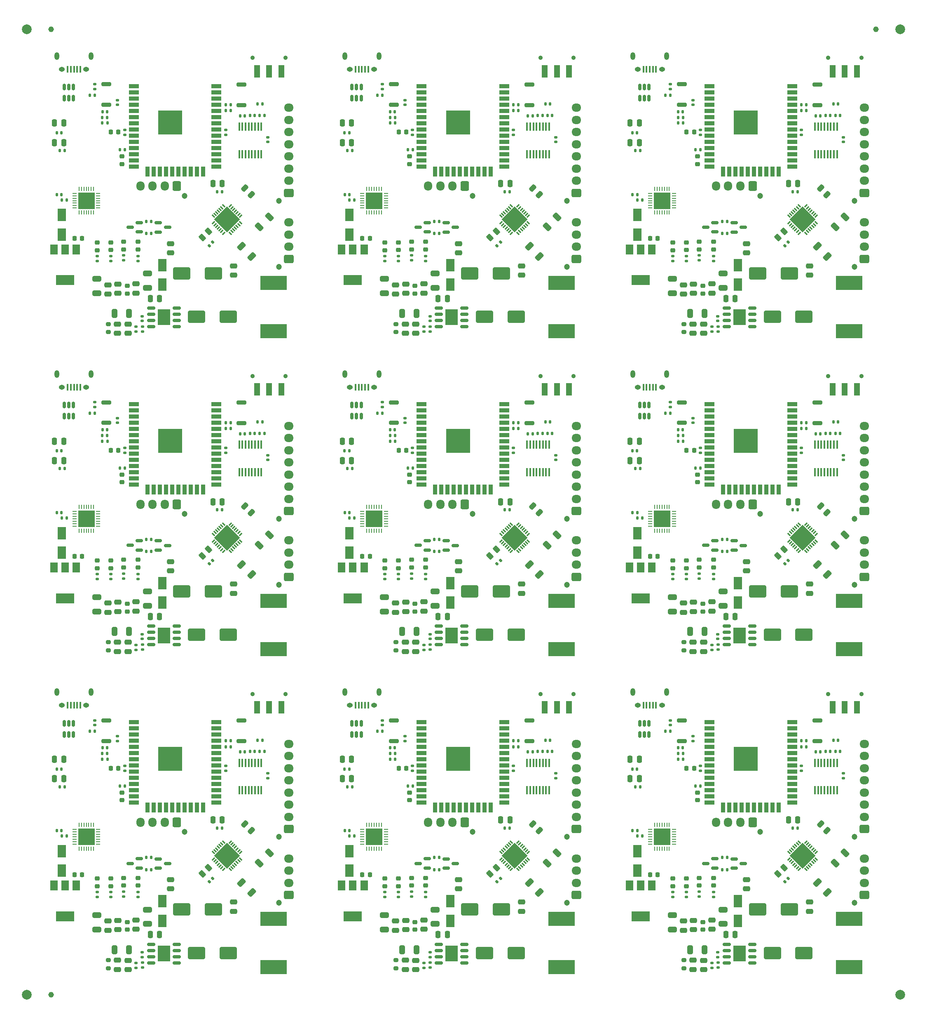
<source format=gbr>
%TF.GenerationSoftware,KiCad,Pcbnew,(6.0.7)*%
%TF.CreationDate,2023-01-21T14:40:07-06:00*%
%TF.ProjectId,SmartSpin2k_Panelized,536d6172-7453-4706-996e-326b5f50616e,2.35*%
%TF.SameCoordinates,Original*%
%TF.FileFunction,Soldermask,Top*%
%TF.FilePolarity,Negative*%
%FSLAX46Y46*%
G04 Gerber Fmt 4.6, Leading zero omitted, Abs format (unit mm)*
G04 Created by KiCad (PCBNEW (6.0.7)) date 2023-01-21 14:40:07*
%MOMM*%
%LPD*%
G01*
G04 APERTURE LIST*
G04 Aperture macros list*
%AMRoundRect*
0 Rectangle with rounded corners*
0 $1 Rounding radius*
0 $2 $3 $4 $5 $6 $7 $8 $9 X,Y pos of 4 corners*
0 Add a 4 corners polygon primitive as box body*
4,1,4,$2,$3,$4,$5,$6,$7,$8,$9,$2,$3,0*
0 Add four circle primitives for the rounded corners*
1,1,$1+$1,$2,$3*
1,1,$1+$1,$4,$5*
1,1,$1+$1,$6,$7*
1,1,$1+$1,$8,$9*
0 Add four rect primitives between the rounded corners*
20,1,$1+$1,$2,$3,$4,$5,0*
20,1,$1+$1,$4,$5,$6,$7,0*
20,1,$1+$1,$6,$7,$8,$9,0*
20,1,$1+$1,$8,$9,$2,$3,0*%
%AMRotRect*
0 Rectangle, with rotation*
0 The origin of the aperture is its center*
0 $1 length*
0 $2 width*
0 $3 Rotation angle, in degrees counterclockwise*
0 Add horizontal line*
21,1,$1,$2,0,0,$3*%
G04 Aperture macros list end*
%ADD10C,1.200000*%
%ADD11RoundRect,0.250000X0.725000X-0.600000X0.725000X0.600000X-0.725000X0.600000X-0.725000X-0.600000X0*%
%ADD12O,1.950000X1.700000*%
%ADD13RoundRect,0.250000X0.600000X0.725000X-0.600000X0.725000X-0.600000X-0.725000X0.600000X-0.725000X0*%
%ADD14O,1.700000X1.950000*%
%ADD15R,1.800000X2.500000*%
%ADD16RoundRect,0.135000X-0.135000X-0.185000X0.135000X-0.185000X0.135000X0.185000X-0.135000X0.185000X0*%
%ADD17RoundRect,0.225000X-0.250000X0.225000X-0.250000X-0.225000X0.250000X-0.225000X0.250000X0.225000X0*%
%ADD18R,0.355600X1.676400*%
%ADD19RoundRect,0.140000X0.170000X-0.140000X0.170000X0.140000X-0.170000X0.140000X-0.170000X-0.140000X0*%
%ADD20RoundRect,0.135000X0.135000X0.185000X-0.135000X0.185000X-0.135000X-0.185000X0.135000X-0.185000X0*%
%ADD21RoundRect,0.150000X-0.150000X0.512500X-0.150000X-0.512500X0.150000X-0.512500X0.150000X0.512500X0*%
%ADD22RoundRect,0.250000X0.250000X0.475000X-0.250000X0.475000X-0.250000X-0.475000X0.250000X-0.475000X0*%
%ADD23RoundRect,0.150000X-0.587500X-0.150000X0.587500X-0.150000X0.587500X0.150000X-0.587500X0.150000X0*%
%ADD24RoundRect,0.250000X0.475000X-0.250000X0.475000X0.250000X-0.475000X0.250000X-0.475000X-0.250000X0*%
%ADD25RoundRect,0.218750X-0.256250X0.218750X-0.256250X-0.218750X0.256250X-0.218750X0.256250X0.218750X0*%
%ADD26RoundRect,0.225000X0.225000X0.250000X-0.225000X0.250000X-0.225000X-0.250000X0.225000X-0.250000X0*%
%ADD27RoundRect,0.250000X0.650000X-0.325000X0.650000X0.325000X-0.650000X0.325000X-0.650000X-0.325000X0*%
%ADD28R,2.000000X0.900000*%
%ADD29R,0.900000X2.000000*%
%ADD30R,5.000000X5.000000*%
%ADD31RoundRect,0.200000X0.800000X-0.200000X0.800000X0.200000X-0.800000X0.200000X-0.800000X-0.200000X0*%
%ADD32R,5.400000X2.900000*%
%ADD33RoundRect,0.140000X-0.140000X-0.170000X0.140000X-0.170000X0.140000X0.170000X-0.140000X0.170000X0*%
%ADD34RoundRect,0.150000X0.587500X0.150000X-0.587500X0.150000X-0.587500X-0.150000X0.587500X-0.150000X0*%
%ADD35RoundRect,0.135000X0.185000X-0.135000X0.185000X0.135000X-0.185000X0.135000X-0.185000X-0.135000X0*%
%ADD36RoundRect,0.135000X-0.185000X0.135000X-0.185000X-0.135000X0.185000X-0.135000X0.185000X0.135000X0*%
%ADD37RoundRect,0.218750X0.256250X-0.218750X0.256250X0.218750X-0.256250X0.218750X-0.256250X-0.218750X0*%
%ADD38RoundRect,0.140000X0.140000X0.170000X-0.140000X0.170000X-0.140000X-0.170000X0.140000X-0.170000X0*%
%ADD39RoundRect,0.250000X0.662913X0.220971X0.220971X0.662913X-0.662913X-0.220971X-0.220971X-0.662913X0*%
%ADD40R,0.400000X1.350000*%
%ADD41O,1.000000X1.550000*%
%ADD42O,1.250000X0.950000*%
%ADD43RoundRect,0.135000X0.035355X-0.226274X0.226274X-0.035355X-0.035355X0.226274X-0.226274X0.035355X0*%
%ADD44RoundRect,0.062500X0.185616X0.274004X-0.274004X-0.185616X-0.185616X-0.274004X0.274004X0.185616X0*%
%ADD45RoundRect,0.062500X-0.185616X0.274004X-0.274004X0.185616X0.185616X-0.274004X0.274004X-0.185616X0*%
%ADD46RotRect,3.750000X3.750000X225.000000*%
%ADD47RoundRect,0.200000X-0.800000X0.200000X-0.800000X-0.200000X0.800000X-0.200000X0.800000X0.200000X0*%
%ADD48C,0.900000*%
%ADD49R,1.250000X2.500000*%
%ADD50RoundRect,0.250000X-1.500000X-1.000000X1.500000X-1.000000X1.500000X1.000000X-1.500000X1.000000X0*%
%ADD51RoundRect,0.062500X-0.062500X0.337500X-0.062500X-0.337500X0.062500X-0.337500X0.062500X0.337500X0*%
%ADD52RoundRect,0.062500X-0.337500X0.062500X-0.337500X-0.062500X0.337500X-0.062500X0.337500X0.062500X0*%
%ADD53R,3.350000X3.350000*%
%ADD54RoundRect,0.250000X-0.220971X0.662913X-0.662913X0.220971X0.220971X-0.662913X0.662913X-0.220971X0*%
%ADD55RoundRect,0.250000X-0.250000X-0.475000X0.250000X-0.475000X0.250000X0.475000X-0.250000X0.475000X0*%
%ADD56RoundRect,0.250000X-0.132583X0.503814X-0.503814X0.132583X0.132583X-0.503814X0.503814X-0.132583X0*%
%ADD57RoundRect,0.150000X-0.662500X-0.150000X0.662500X-0.150000X0.662500X0.150000X-0.662500X0.150000X0*%
%ADD58R,2.514000X3.200000*%
%ADD59RoundRect,0.250000X0.325000X0.650000X-0.325000X0.650000X-0.325000X-0.650000X0.325000X-0.650000X0*%
%ADD60C,2.000000*%
%ADD61RoundRect,0.200000X0.275000X-0.200000X0.275000X0.200000X-0.275000X0.200000X-0.275000X-0.200000X0*%
%ADD62RoundRect,0.225000X0.250000X-0.225000X0.250000X0.225000X-0.250000X0.225000X-0.250000X-0.225000X0*%
%ADD63RoundRect,0.140000X-0.170000X0.140000X-0.170000X-0.140000X0.170000X-0.140000X0.170000X0.140000X0*%
%ADD64C,1.152000*%
%ADD65RoundRect,0.250000X-0.512652X-0.159099X-0.159099X-0.512652X0.512652X0.159099X0.159099X0.512652X0*%
%ADD66R,1.500000X2.000000*%
%ADD67R,3.800000X2.000000*%
G04 APERTURE END LIST*
D10*
%TO.C,J3*%
X115931000Y-38548000D03*
D11*
X117931000Y-36948000D03*
D12*
X117931000Y-34448000D03*
X117931000Y-31948000D03*
X117931000Y-29448000D03*
X117931000Y-26948000D03*
X117931000Y-24448000D03*
X117931000Y-21948000D03*
X117931000Y-19448000D03*
%TD*%
D10*
%TO.C,J2*%
X96560000Y-168135000D03*
D13*
X94960000Y-166135000D03*
D14*
X92460000Y-166135000D03*
X89960000Y-166135000D03*
X87460000Y-166135000D03*
%TD*%
D10*
%TO.C,J2*%
X96560000Y-102835000D03*
D13*
X94960000Y-100835000D03*
D14*
X92460000Y-100835000D03*
X89960000Y-100835000D03*
X87460000Y-100835000D03*
%TD*%
D10*
%TO.C,J2*%
X155710000Y-168135000D03*
D13*
X154110000Y-166135000D03*
D14*
X151610000Y-166135000D03*
X149110000Y-166135000D03*
X146610000Y-166135000D03*
%TD*%
D10*
%TO.C,J2*%
X37410000Y-168135000D03*
D13*
X35810000Y-166135000D03*
D14*
X33310000Y-166135000D03*
X30810000Y-166135000D03*
X28310000Y-166135000D03*
%TD*%
D10*
%TO.C,J2*%
X37410000Y-37535000D03*
D13*
X35810000Y-35535000D03*
D14*
X33310000Y-35535000D03*
X30810000Y-35535000D03*
X28310000Y-35535000D03*
%TD*%
D10*
%TO.C,J3*%
X115931000Y-169148000D03*
D11*
X117931000Y-167548000D03*
D12*
X117931000Y-165048000D03*
X117931000Y-162548000D03*
X117931000Y-160048000D03*
X117931000Y-157548000D03*
X117931000Y-155048000D03*
X117931000Y-152548000D03*
X117931000Y-150048000D03*
%TD*%
D10*
%TO.C,J1*%
X56798000Y-117377000D03*
D11*
X58798000Y-115777000D03*
D12*
X58798000Y-113277000D03*
X58798000Y-110777000D03*
X58798000Y-108277000D03*
%TD*%
D10*
%TO.C,J2*%
X96560000Y-37535000D03*
D13*
X94960000Y-35535000D03*
D14*
X92460000Y-35535000D03*
X89960000Y-35535000D03*
X87460000Y-35535000D03*
%TD*%
D10*
%TO.C,J2*%
X155710000Y-102835000D03*
D13*
X154110000Y-100835000D03*
D14*
X151610000Y-100835000D03*
X149110000Y-100835000D03*
X146610000Y-100835000D03*
%TD*%
D10*
%TO.C,J2*%
X155710000Y-37535000D03*
D13*
X154110000Y-35535000D03*
D14*
X151610000Y-35535000D03*
X149110000Y-35535000D03*
X146610000Y-35535000D03*
%TD*%
D10*
%TO.C,J1*%
X175098000Y-117377000D03*
D11*
X177098000Y-115777000D03*
D12*
X177098000Y-113277000D03*
X177098000Y-110777000D03*
X177098000Y-108277000D03*
%TD*%
D10*
%TO.C,J3*%
X56781000Y-38548000D03*
D11*
X58781000Y-36948000D03*
D12*
X58781000Y-34448000D03*
X58781000Y-31948000D03*
X58781000Y-29448000D03*
X58781000Y-26948000D03*
X58781000Y-24448000D03*
X58781000Y-21948000D03*
X58781000Y-19448000D03*
%TD*%
D10*
%TO.C,J3*%
X175081000Y-38548000D03*
D11*
X177081000Y-36948000D03*
D12*
X177081000Y-34448000D03*
X177081000Y-31948000D03*
X177081000Y-29448000D03*
X177081000Y-26948000D03*
X177081000Y-24448000D03*
X177081000Y-21948000D03*
X177081000Y-19448000D03*
%TD*%
D10*
%TO.C,J1*%
X115948000Y-52077000D03*
D11*
X117948000Y-50477000D03*
D12*
X117948000Y-47977000D03*
X117948000Y-45477000D03*
X117948000Y-42977000D03*
%TD*%
D10*
%TO.C,J1*%
X115948000Y-182677000D03*
D11*
X117948000Y-181077000D03*
D12*
X117948000Y-178577000D03*
X117948000Y-176077000D03*
X117948000Y-173577000D03*
%TD*%
D10*
%TO.C,J1*%
X56798000Y-52077000D03*
D11*
X58798000Y-50477000D03*
D12*
X58798000Y-47977000D03*
X58798000Y-45477000D03*
X58798000Y-42977000D03*
%TD*%
D10*
%TO.C,J3*%
X115931000Y-103848000D03*
D11*
X117931000Y-102248000D03*
D12*
X117931000Y-99748000D03*
X117931000Y-97248000D03*
X117931000Y-94748000D03*
X117931000Y-92248000D03*
X117931000Y-89748000D03*
X117931000Y-87248000D03*
X117931000Y-84748000D03*
%TD*%
D10*
%TO.C,J1*%
X175098000Y-182677000D03*
D11*
X177098000Y-181077000D03*
D12*
X177098000Y-178577000D03*
X177098000Y-176077000D03*
X177098000Y-173577000D03*
%TD*%
D10*
%TO.C,J3*%
X175081000Y-169148000D03*
D11*
X177081000Y-167548000D03*
D12*
X177081000Y-165048000D03*
X177081000Y-162548000D03*
X177081000Y-160048000D03*
X177081000Y-157548000D03*
X177081000Y-155048000D03*
X177081000Y-152548000D03*
X177081000Y-150048000D03*
%TD*%
D10*
%TO.C,J3*%
X56781000Y-103848000D03*
D11*
X58781000Y-102248000D03*
D12*
X58781000Y-99748000D03*
X58781000Y-97248000D03*
X58781000Y-94748000D03*
X58781000Y-92248000D03*
X58781000Y-89748000D03*
X58781000Y-87248000D03*
X58781000Y-84748000D03*
%TD*%
D10*
%TO.C,J1*%
X56798000Y-182677000D03*
D11*
X58798000Y-181077000D03*
D12*
X58798000Y-178577000D03*
X58798000Y-176077000D03*
X58798000Y-173577000D03*
%TD*%
D10*
%TO.C,J2*%
X37410000Y-102835000D03*
D13*
X35810000Y-100835000D03*
D14*
X33310000Y-100835000D03*
X30810000Y-100835000D03*
X28310000Y-100835000D03*
%TD*%
D10*
%TO.C,J3*%
X175081000Y-103848000D03*
D11*
X177081000Y-102248000D03*
D12*
X177081000Y-99748000D03*
X177081000Y-97248000D03*
X177081000Y-94748000D03*
X177081000Y-92248000D03*
X177081000Y-89748000D03*
X177081000Y-87248000D03*
X177081000Y-84748000D03*
%TD*%
D10*
%TO.C,J3*%
X56781000Y-169148000D03*
D11*
X58781000Y-167548000D03*
D12*
X58781000Y-165048000D03*
X58781000Y-162548000D03*
X58781000Y-160048000D03*
X58781000Y-157548000D03*
X58781000Y-155048000D03*
X58781000Y-152548000D03*
X58781000Y-150048000D03*
%TD*%
D10*
%TO.C,J1*%
X115948000Y-117377000D03*
D11*
X117948000Y-115777000D03*
D12*
X117948000Y-113277000D03*
X117948000Y-110777000D03*
X117948000Y-108277000D03*
%TD*%
D10*
%TO.C,J1*%
X175098000Y-52077000D03*
D11*
X177098000Y-50477000D03*
D12*
X177098000Y-47977000D03*
X177098000Y-45477000D03*
X177098000Y-42977000D03*
%TD*%
D15*
%TO.C,D7*%
X130446600Y-45475800D03*
X130446600Y-41475800D03*
%TD*%
D16*
%TO.C,R1*%
X79650000Y-22594000D03*
X80670000Y-22594000D03*
%TD*%
D17*
%TO.C,C10*%
X24491000Y-29442000D03*
X24491000Y-30992000D03*
%TD*%
D18*
%TO.C,U3*%
X53172499Y-23336300D03*
X52522501Y-23336300D03*
X51872499Y-23336300D03*
X51222501Y-23336300D03*
X50572502Y-23336300D03*
X49922501Y-23336300D03*
X49272502Y-23336300D03*
X48622501Y-23336300D03*
X48622501Y-28975100D03*
X49272499Y-28975100D03*
X49922501Y-28975100D03*
X50572499Y-28975100D03*
X51222498Y-28975100D03*
X51872499Y-28975100D03*
X52522498Y-28975100D03*
X53172499Y-28975100D03*
%TD*%
D19*
%TO.C,C15*%
X137218700Y-146179600D03*
X137218700Y-145219600D03*
%TD*%
D20*
%TO.C,R8*%
X148863600Y-175853800D03*
X147843600Y-175853800D03*
%TD*%
D21*
%TO.C,U7*%
X73690000Y-80502500D03*
X72740000Y-80502500D03*
X71790000Y-80502500D03*
X71790000Y-82777500D03*
X72740000Y-82777500D03*
X73690000Y-82777500D03*
%TD*%
D22*
%TO.C,C8*%
X163400600Y-100343000D03*
X161500600Y-100343000D03*
%TD*%
%TO.C,C25*%
X12550000Y-87890000D03*
X10650000Y-87890000D03*
%TD*%
D23*
%TO.C,Q1*%
X150311700Y-108359200D03*
X150311700Y-110259200D03*
X152186700Y-109309200D03*
%TD*%
D24*
%TO.C,C1*%
X27430000Y-122790000D03*
X27430000Y-120890000D03*
%TD*%
D15*
%TO.C,D8*%
X91980000Y-186360000D03*
X91980000Y-182360000D03*
%TD*%
D16*
%TO.C,R23*%
X12130000Y-38360000D03*
X13150000Y-38360000D03*
%TD*%
%TO.C,R5*%
X104980000Y-85330000D03*
X106000000Y-85330000D03*
%TD*%
D20*
%TO.C,R2*%
X139809600Y-152052800D03*
X138789600Y-152052800D03*
%TD*%
D24*
%TO.C,C26*%
X82750000Y-65760000D03*
X82750000Y-63860000D03*
%TD*%
D15*
%TO.C,D7*%
X12146600Y-176075800D03*
X12146600Y-172075800D03*
%TD*%
D25*
%TO.C,D9*%
X86943000Y-177555500D03*
X86943000Y-179130500D03*
%TD*%
D20*
%TO.C,R7*%
X89713600Y-173364600D03*
X88693600Y-173364600D03*
%TD*%
D26*
%TO.C,C32*%
X16325000Y-111580000D03*
X14775000Y-111580000D03*
%TD*%
D27*
%TO.C,C3*%
X137630000Y-122855000D03*
X137630000Y-119905000D03*
%TD*%
D28*
%TO.C,U1*%
X26948000Y-80316000D03*
X26948000Y-81586000D03*
X26948000Y-82856000D03*
X26948000Y-84126000D03*
X26948000Y-85396000D03*
X26948000Y-86666000D03*
X26948000Y-87936000D03*
X26948000Y-89206000D03*
X26948000Y-90476000D03*
X26948000Y-91746000D03*
X26948000Y-93016000D03*
X26948000Y-94286000D03*
X26948000Y-95556000D03*
X26948000Y-96826000D03*
D29*
X29733000Y-97826000D03*
X31003000Y-97826000D03*
X32273000Y-97826000D03*
X33543000Y-97826000D03*
X34813000Y-97826000D03*
X36083000Y-97826000D03*
X37353000Y-97826000D03*
X38623000Y-97826000D03*
X39893000Y-97826000D03*
X41163000Y-97826000D03*
D28*
X43948000Y-96826000D03*
X43948000Y-95556000D03*
X43948000Y-94286000D03*
X43948000Y-93016000D03*
X43948000Y-91746000D03*
X43948000Y-90476000D03*
X43948000Y-89206000D03*
X43948000Y-87936000D03*
X43948000Y-86666000D03*
X43948000Y-85396000D03*
X43948000Y-84126000D03*
X43948000Y-82856000D03*
X43948000Y-81586000D03*
X43948000Y-80316000D03*
D30*
X34448000Y-87816000D03*
%TD*%
D31*
%TO.C,SW1*%
X49110000Y-149480000D03*
X49110000Y-145280000D03*
%TD*%
D32*
%TO.C,L1*%
X173980000Y-65280000D03*
X173980000Y-55380000D03*
%TD*%
D33*
%TO.C,C23*%
X70300000Y-167870000D03*
X71260000Y-167870000D03*
%TD*%
D34*
%TO.C,Q2*%
X146386700Y-44934200D03*
X146386700Y-43034200D03*
X144511700Y-43984200D03*
%TD*%
D35*
%TO.C,R13*%
X19411000Y-181520000D03*
X19411000Y-180500000D03*
%TD*%
D19*
%TO.C,C29*%
X146970000Y-128510000D03*
X146970000Y-127550000D03*
%TD*%
D36*
%TO.C,R12*%
X140505000Y-180474600D03*
X140505000Y-181494600D03*
%TD*%
D26*
%TO.C,C32*%
X75475000Y-111580000D03*
X73925000Y-111580000D03*
%TD*%
D24*
%TO.C,C4*%
X80763400Y-123018600D03*
X80763400Y-121118600D03*
%TD*%
D37*
%TO.C,D1*%
X143172000Y-113830500D03*
X143172000Y-112255500D03*
%TD*%
D38*
%TO.C,C22*%
X108911000Y-21095700D03*
X107951000Y-21095700D03*
%TD*%
D24*
%TO.C,C5*%
X141996200Y-188166200D03*
X141996200Y-186266200D03*
%TD*%
D39*
%TO.C,R16*%
X169479144Y-180570944D03*
X167410856Y-178502656D03*
%TD*%
D24*
%TO.C,C14*%
X152849400Y-49226400D03*
X152849400Y-47326400D03*
%TD*%
D16*
%TO.C,R3*%
X136190000Y-147480000D03*
X137210000Y-147480000D03*
%TD*%
D33*
%TO.C,C16*%
X138805800Y-85534800D03*
X139765800Y-85534800D03*
%TD*%
D40*
%TO.C,J4*%
X75136600Y-11510000D03*
X74486600Y-11510000D03*
X73836600Y-11510000D03*
X73186600Y-11510000D03*
X72536600Y-11510000D03*
D41*
X77336600Y-8810000D03*
X70336600Y-8810000D03*
D42*
X76336600Y-11510000D03*
X71336600Y-11510000D03*
%TD*%
D17*
%TO.C,C10*%
X83641000Y-160042000D03*
X83641000Y-161592000D03*
%TD*%
D35*
%TO.C,R6*%
X45820000Y-155590000D03*
X45820000Y-154570000D03*
%TD*%
D16*
%TO.C,R23*%
X12130000Y-168960000D03*
X13150000Y-168960000D03*
%TD*%
D31*
%TO.C,SW1*%
X167410000Y-149480000D03*
X167410000Y-145280000D03*
%TD*%
D24*
%TO.C,C12*%
X47503400Y-184423800D03*
X47503400Y-182523800D03*
%TD*%
D43*
%TO.C,R14*%
X101593776Y-178373424D03*
X102315024Y-177652176D03*
%TD*%
D25*
%TO.C,D3*%
X19411000Y-112407900D03*
X19411000Y-113982900D03*
%TD*%
D22*
%TO.C,C8*%
X45100600Y-100343000D03*
X43200600Y-100343000D03*
%TD*%
D44*
%TO.C,U2*%
X48882911Y-107028410D03*
X48529357Y-106674856D03*
X48175804Y-106321303D03*
X47822250Y-105967750D03*
X47468697Y-105614196D03*
X47115144Y-105260643D03*
X46761590Y-104907089D03*
D45*
X45400410Y-104907089D03*
X45046856Y-105260643D03*
X44693303Y-105614196D03*
X44339750Y-105967750D03*
X43986196Y-106321303D03*
X43632643Y-106674856D03*
X43279089Y-107028410D03*
D44*
X43279089Y-108389590D03*
X43632643Y-108743144D03*
X43986196Y-109096697D03*
X44339750Y-109450250D03*
X44693303Y-109803804D03*
X45046856Y-110157357D03*
X45400410Y-110510911D03*
D45*
X46761590Y-110510911D03*
X47115144Y-110157357D03*
X47468697Y-109803804D03*
X47822250Y-109450250D03*
X48175804Y-109096697D03*
X48529357Y-108743144D03*
X48882911Y-108389590D03*
D46*
X46081000Y-107709000D03*
%TD*%
D35*
%TO.C,R13*%
X78561000Y-50920000D03*
X78561000Y-49900000D03*
%TD*%
D47*
%TO.C,SW2*%
X80416000Y-79932200D03*
X80416000Y-84132200D03*
%TD*%
D20*
%TO.C,R21*%
X131030000Y-93540000D03*
X130010000Y-93540000D03*
%TD*%
D48*
%TO.C,S1*%
X58160000Y-9210000D03*
X51360000Y-9210000D03*
D49*
X57260000Y-11960000D03*
X54760000Y-11960000D03*
X52260000Y-11960000D03*
%TD*%
D33*
%TO.C,C23*%
X70300000Y-37270000D03*
X71260000Y-37270000D03*
%TD*%
D26*
%TO.C,C32*%
X16325000Y-176880000D03*
X14775000Y-176880000D03*
%TD*%
D50*
%TO.C,C7*%
X155142500Y-53460000D03*
X161642500Y-53460000D03*
%TD*%
D51*
%TO.C,U5*%
X77851200Y-166672800D03*
X77351200Y-166672800D03*
X76851200Y-166672800D03*
X76351200Y-166672800D03*
X75851200Y-166672800D03*
X75351200Y-166672800D03*
X74851200Y-166672800D03*
D52*
X73901200Y-167622800D03*
X73901200Y-168122800D03*
X73901200Y-168622800D03*
X73901200Y-169122800D03*
X73901200Y-169622800D03*
X73901200Y-170122800D03*
X73901200Y-170622800D03*
D51*
X74851200Y-171572800D03*
X75351200Y-171572800D03*
X75851200Y-171572800D03*
X76351200Y-171572800D03*
X76851200Y-171572800D03*
X77351200Y-171572800D03*
X77851200Y-171572800D03*
D52*
X78801200Y-170622800D03*
X78801200Y-170122800D03*
X78801200Y-169622800D03*
X78801200Y-169122800D03*
X78801200Y-168622800D03*
X78801200Y-168122800D03*
X78801200Y-167622800D03*
D53*
X76351200Y-169122800D03*
%TD*%
D54*
%TO.C,R15*%
X173111344Y-41857456D03*
X171043056Y-43925744D03*
%TD*%
D55*
%TO.C,C24*%
X128950000Y-91890000D03*
X130850000Y-91890000D03*
%TD*%
D33*
%TO.C,C23*%
X129450000Y-37270000D03*
X130410000Y-37270000D03*
%TD*%
D40*
%TO.C,J4*%
X134286600Y-76810000D03*
X133636600Y-76810000D03*
X132986600Y-76810000D03*
X132336600Y-76810000D03*
X131686600Y-76810000D03*
D42*
X130486600Y-76810000D03*
D41*
X129486600Y-74110000D03*
D42*
X135486600Y-76810000D03*
D41*
X136486600Y-74110000D03*
%TD*%
D20*
%TO.C,R21*%
X12730000Y-93540000D03*
X11710000Y-93540000D03*
%TD*%
D35*
%TO.C,R19*%
X147025000Y-65388700D03*
X147025000Y-64368700D03*
%TD*%
D47*
%TO.C,SW2*%
X21266000Y-145232200D03*
X21266000Y-149432200D03*
%TD*%
D31*
%TO.C,SW1*%
X108260000Y-84180000D03*
X108260000Y-79980000D03*
%TD*%
D15*
%TO.C,D8*%
X151130000Y-121060000D03*
X151130000Y-117060000D03*
%TD*%
D56*
%TO.C,R17*%
X160606635Y-175437165D03*
X159316165Y-176727635D03*
%TD*%
D25*
%TO.C,D2*%
X22205000Y-47082500D03*
X22205000Y-48657500D03*
%TD*%
D16*
%TO.C,R4*%
X164130000Y-84130000D03*
X165150000Y-84130000D03*
%TD*%
D20*
%TO.C,R11*%
X143428000Y-158683400D03*
X142408000Y-158683400D03*
%TD*%
D57*
%TO.C,U4*%
X30499500Y-125873100D03*
X30499500Y-127143100D03*
X30499500Y-128413100D03*
X30499500Y-129683100D03*
X35774500Y-129683100D03*
X35774500Y-128413100D03*
X35774500Y-127143100D03*
X35774500Y-125873100D03*
D58*
X33137000Y-127778100D03*
%TD*%
D33*
%TO.C,C20*%
X109970000Y-86331700D03*
X110930000Y-86331700D03*
%TD*%
D59*
%TO.C,C30*%
X85085000Y-61690000D03*
X82135000Y-61690000D03*
%TD*%
D16*
%TO.C,R5*%
X104980000Y-20030000D03*
X106000000Y-20030000D03*
%TD*%
D57*
%TO.C,U4*%
X30499500Y-191173100D03*
X30499500Y-192443100D03*
X30499500Y-193713100D03*
X30499500Y-194983100D03*
X35774500Y-194983100D03*
X35774500Y-193713100D03*
X35774500Y-192443100D03*
X35774500Y-191173100D03*
D58*
X33137000Y-193078100D03*
%TD*%
D40*
%TO.C,J4*%
X75136600Y-142110000D03*
X74486600Y-142110000D03*
X73836600Y-142110000D03*
X73186600Y-142110000D03*
X72536600Y-142110000D03*
D42*
X76336600Y-142110000D03*
D41*
X77336600Y-139410000D03*
D42*
X71336600Y-142110000D03*
D41*
X70336600Y-139410000D03*
%TD*%
D36*
%TO.C,R24*%
X27793000Y-49883000D03*
X27793000Y-50903000D03*
%TD*%
D25*
%TO.C,D9*%
X86943000Y-46955500D03*
X86943000Y-48530500D03*
%TD*%
D20*
%TO.C,R8*%
X89713600Y-175853800D03*
X88693600Y-175853800D03*
%TD*%
D39*
%TO.C,R16*%
X110329144Y-180570944D03*
X108260856Y-178502656D03*
%TD*%
D16*
%TO.C,R3*%
X77040000Y-16880000D03*
X78060000Y-16880000D03*
%TD*%
D20*
%TO.C,R18*%
X45060400Y-36700000D03*
X44040400Y-36700000D03*
%TD*%
D27*
%TO.C,C3*%
X78480000Y-57555000D03*
X78480000Y-54605000D03*
%TD*%
D35*
%TO.C,R13*%
X137711000Y-50920000D03*
X137711000Y-49900000D03*
%TD*%
D24*
%TO.C,C5*%
X82846200Y-122866200D03*
X82846200Y-120966200D03*
%TD*%
D33*
%TO.C,C16*%
X20505800Y-150834800D03*
X21465800Y-150834800D03*
%TD*%
D27*
%TO.C,C3*%
X78480000Y-188155000D03*
X78480000Y-185205000D03*
%TD*%
D36*
%TO.C,R10*%
X84250600Y-89292000D03*
X84250600Y-90312000D03*
%TD*%
D47*
%TO.C,SW2*%
X139566000Y-79932200D03*
X139566000Y-84132200D03*
%TD*%
D34*
%TO.C,Q2*%
X146386700Y-175534200D03*
X146386700Y-173634200D03*
X144511700Y-174584200D03*
%TD*%
D27*
%TO.C,C18*%
X148050000Y-56415000D03*
X148050000Y-53465000D03*
%TD*%
D43*
%TO.C,R14*%
X42443776Y-47773424D03*
X43165024Y-47052176D03*
%TD*%
D16*
%TO.C,R5*%
X164130000Y-20030000D03*
X165150000Y-20030000D03*
%TD*%
D36*
%TO.C,R10*%
X143400600Y-154592000D03*
X143400600Y-155612000D03*
%TD*%
D50*
%TO.C,C7*%
X95992500Y-53460000D03*
X102492500Y-53460000D03*
%TD*%
D44*
%TO.C,U2*%
X108032911Y-41728410D03*
X107679357Y-41374856D03*
X107325804Y-41021303D03*
X106972250Y-40667750D03*
X106618697Y-40314196D03*
X106265144Y-39960643D03*
X105911590Y-39607089D03*
D45*
X104550410Y-39607089D03*
X104196856Y-39960643D03*
X103843303Y-40314196D03*
X103489750Y-40667750D03*
X103136196Y-41021303D03*
X102782643Y-41374856D03*
X102429089Y-41728410D03*
D44*
X102429089Y-43089590D03*
X102782643Y-43443144D03*
X103136196Y-43796697D03*
X103489750Y-44150250D03*
X103843303Y-44503804D03*
X104196856Y-44857357D03*
X104550410Y-45210911D03*
D45*
X105911590Y-45210911D03*
X106265144Y-44857357D03*
X106618697Y-44503804D03*
X106972250Y-44150250D03*
X107325804Y-43796697D03*
X107679357Y-43443144D03*
X108032911Y-43089590D03*
D46*
X105231000Y-42409000D03*
%TD*%
D40*
%TO.C,J4*%
X75136600Y-76810000D03*
X74486600Y-76810000D03*
X73836600Y-76810000D03*
X73186600Y-76810000D03*
X72536600Y-76810000D03*
D42*
X76336600Y-76810000D03*
D41*
X77336600Y-74110000D03*
D42*
X71336600Y-76810000D03*
D41*
X70336600Y-74110000D03*
%TD*%
D26*
%TO.C,C32*%
X75475000Y-46280000D03*
X73925000Y-46280000D03*
%TD*%
D35*
%TO.C,R22*%
X86590000Y-196030000D03*
X86590000Y-195010000D03*
%TD*%
D20*
%TO.C,R7*%
X148863600Y-173364600D03*
X147843600Y-173364600D03*
%TD*%
D16*
%TO.C,R3*%
X17890000Y-16880000D03*
X18910000Y-16880000D03*
%TD*%
D60*
%TO.C,REF\u002A\u002A*%
X5000000Y-201550000D03*
%TD*%
D16*
%TO.C,R1*%
X138800000Y-22594000D03*
X139820000Y-22594000D03*
%TD*%
D55*
%TO.C,C28*%
X148650000Y-123890000D03*
X150550000Y-123890000D03*
%TD*%
D18*
%TO.C,U3*%
X112322499Y-23336300D03*
X111672501Y-23336300D03*
X111022499Y-23336300D03*
X110372501Y-23336300D03*
X109722502Y-23336300D03*
X109072501Y-23336300D03*
X108422502Y-23336300D03*
X107772501Y-23336300D03*
X107772501Y-28975100D03*
X108422499Y-28975100D03*
X109072501Y-28975100D03*
X109722499Y-28975100D03*
X110372498Y-28975100D03*
X111022499Y-28975100D03*
X111672498Y-28975100D03*
X112322499Y-28975100D03*
%TD*%
%TO.C,U3*%
X171472499Y-153936300D03*
X170822501Y-153936300D03*
X170172499Y-153936300D03*
X169522501Y-153936300D03*
X168872502Y-153936300D03*
X168222501Y-153936300D03*
X167572502Y-153936300D03*
X166922501Y-153936300D03*
X166922501Y-159575100D03*
X167572499Y-159575100D03*
X168222501Y-159575100D03*
X168872499Y-159575100D03*
X169522498Y-159575100D03*
X170172499Y-159575100D03*
X170822498Y-159575100D03*
X171472499Y-159575100D03*
%TD*%
D20*
%TO.C,R8*%
X148863600Y-45253800D03*
X147843600Y-45253800D03*
%TD*%
D31*
%TO.C,SW1*%
X167410000Y-84180000D03*
X167410000Y-79980000D03*
%TD*%
D19*
%TO.C,C2*%
X82726600Y-149435200D03*
X82726600Y-148475200D03*
%TD*%
D51*
%TO.C,U5*%
X137001200Y-36072800D03*
X136501200Y-36072800D03*
X136001200Y-36072800D03*
X135501200Y-36072800D03*
X135001200Y-36072800D03*
X134501200Y-36072800D03*
X134001200Y-36072800D03*
D52*
X133051200Y-37022800D03*
X133051200Y-37522800D03*
X133051200Y-38022800D03*
X133051200Y-38522800D03*
X133051200Y-39022800D03*
X133051200Y-39522800D03*
X133051200Y-40022800D03*
D51*
X134001200Y-40972800D03*
X134501200Y-40972800D03*
X135001200Y-40972800D03*
X135501200Y-40972800D03*
X136001200Y-40972800D03*
X136501200Y-40972800D03*
X137001200Y-40972800D03*
D52*
X137951200Y-40022800D03*
X137951200Y-39522800D03*
X137951200Y-39022800D03*
X137951200Y-38522800D03*
X137951200Y-38022800D03*
X137951200Y-37522800D03*
X137951200Y-37022800D03*
D53*
X135501200Y-38522800D03*
%TD*%
D20*
%TO.C,R2*%
X80659600Y-86752800D03*
X79639600Y-86752800D03*
%TD*%
D24*
%TO.C,C12*%
X106653400Y-184423800D03*
X106653400Y-182523800D03*
%TD*%
%TO.C,C14*%
X152849400Y-114526400D03*
X152849400Y-112626400D03*
%TD*%
%TO.C,C5*%
X23696200Y-188166200D03*
X23696200Y-186266200D03*
%TD*%
D38*
%TO.C,C22*%
X108911000Y-86395700D03*
X107951000Y-86395700D03*
%TD*%
D39*
%TO.C,R16*%
X110329144Y-49970944D03*
X108260856Y-47902656D03*
%TD*%
D55*
%TO.C,C28*%
X89500000Y-123890000D03*
X91400000Y-123890000D03*
%TD*%
D24*
%TO.C,C4*%
X80763400Y-57718600D03*
X80763400Y-55818600D03*
%TD*%
%TO.C,C31*%
X144060000Y-131080000D03*
X144060000Y-129180000D03*
%TD*%
D61*
%TO.C,R20*%
X21710000Y-65515000D03*
X21710000Y-63865000D03*
%TD*%
D27*
%TO.C,C18*%
X88900000Y-187015000D03*
X88900000Y-184065000D03*
%TD*%
D22*
%TO.C,C25*%
X12550000Y-22590000D03*
X10650000Y-22590000D03*
%TD*%
D38*
%TO.C,C13*%
X112530000Y-83970000D03*
X111570000Y-83970000D03*
%TD*%
D37*
%TO.C,D1*%
X24872000Y-179130500D03*
X24872000Y-177555500D03*
%TD*%
D19*
%TO.C,C29*%
X28670000Y-128510000D03*
X28670000Y-127550000D03*
%TD*%
D16*
%TO.C,R3*%
X77040000Y-82180000D03*
X78060000Y-82180000D03*
%TD*%
D21*
%TO.C,U7*%
X132840000Y-80502500D03*
X131890000Y-80502500D03*
X130940000Y-80502500D03*
X130940000Y-82777500D03*
X131890000Y-82777500D03*
X132840000Y-82777500D03*
%TD*%
D25*
%TO.C,D9*%
X27793000Y-177555500D03*
X27793000Y-179130500D03*
%TD*%
D33*
%TO.C,C23*%
X70300000Y-102570000D03*
X71260000Y-102570000D03*
%TD*%
D61*
%TO.C,R20*%
X80860000Y-196115000D03*
X80860000Y-194465000D03*
%TD*%
D33*
%TO.C,C23*%
X129450000Y-167870000D03*
X130410000Y-167870000D03*
%TD*%
D19*
%TO.C,C29*%
X87820000Y-193810000D03*
X87820000Y-192850000D03*
%TD*%
D38*
%TO.C,C22*%
X168061000Y-21095700D03*
X167101000Y-21095700D03*
%TD*%
D25*
%TO.C,D9*%
X27793000Y-46955500D03*
X27793000Y-48530500D03*
%TD*%
D33*
%TO.C,C17*%
X52840000Y-21031700D03*
X53800000Y-21031700D03*
%TD*%
D24*
%TO.C,C26*%
X141900000Y-196360000D03*
X141900000Y-194460000D03*
%TD*%
D50*
%TO.C,C19*%
X39877500Y-192955000D03*
X46377500Y-192955000D03*
%TD*%
D62*
%TO.C,C9*%
X143901200Y-122869000D03*
X143901200Y-121319000D03*
%TD*%
D36*
%TO.C,R10*%
X143400600Y-89292000D03*
X143400600Y-90312000D03*
%TD*%
D20*
%TO.C,R11*%
X84278000Y-93383400D03*
X83258000Y-93383400D03*
%TD*%
D55*
%TO.C,C24*%
X69800000Y-26590000D03*
X71700000Y-26590000D03*
%TD*%
D27*
%TO.C,C3*%
X78480000Y-122855000D03*
X78480000Y-119905000D03*
%TD*%
D22*
%TO.C,C25*%
X71700000Y-22590000D03*
X69800000Y-22590000D03*
%TD*%
D61*
%TO.C,R20*%
X80860000Y-65515000D03*
X80860000Y-63865000D03*
%TD*%
%TO.C,R20*%
X140010000Y-130815000D03*
X140010000Y-129165000D03*
%TD*%
D62*
%TO.C,C9*%
X143901200Y-57569000D03*
X143901200Y-56019000D03*
%TD*%
D23*
%TO.C,Q1*%
X150311700Y-173659200D03*
X150311700Y-175559200D03*
X152186700Y-174609200D03*
%TD*%
D60*
%TO.C,REF\u002A\u002A*%
X184450000Y-3350000D03*
%TD*%
D39*
%TO.C,R16*%
X51179144Y-180570944D03*
X49110856Y-178502656D03*
%TD*%
D16*
%TO.C,R23*%
X130430000Y-168960000D03*
X131450000Y-168960000D03*
%TD*%
D26*
%TO.C,C32*%
X16325000Y-46280000D03*
X14775000Y-46280000D03*
%TD*%
D16*
%TO.C,R3*%
X77040000Y-147480000D03*
X78060000Y-147480000D03*
%TD*%
D50*
%TO.C,C7*%
X155142500Y-184060000D03*
X161642500Y-184060000D03*
%TD*%
D20*
%TO.C,R7*%
X148863600Y-42764600D03*
X147843600Y-42764600D03*
%TD*%
D27*
%TO.C,C18*%
X148050000Y-121715000D03*
X148050000Y-118765000D03*
%TD*%
D38*
%TO.C,C27*%
X12080000Y-89890000D03*
X11120000Y-89890000D03*
%TD*%
D15*
%TO.C,D8*%
X91980000Y-55760000D03*
X91980000Y-51760000D03*
%TD*%
D47*
%TO.C,SW2*%
X21266000Y-14632200D03*
X21266000Y-18832200D03*
%TD*%
D24*
%TO.C,C31*%
X25760000Y-196380000D03*
X25760000Y-194480000D03*
%TD*%
D36*
%TO.C,R12*%
X22205000Y-115174600D03*
X22205000Y-116194600D03*
%TD*%
D60*
%TO.C,REF\u002A\u002A*%
X184450000Y-201550000D03*
%TD*%
D20*
%TO.C,R18*%
X104210400Y-102000000D03*
X103190400Y-102000000D03*
%TD*%
D26*
%TO.C,C32*%
X75475000Y-176880000D03*
X73925000Y-176880000D03*
%TD*%
D50*
%TO.C,C19*%
X158177500Y-192955000D03*
X164677500Y-192955000D03*
%TD*%
D43*
%TO.C,R14*%
X42443776Y-113073424D03*
X43165024Y-112352176D03*
%TD*%
D24*
%TO.C,C1*%
X27430000Y-57490000D03*
X27430000Y-55590000D03*
%TD*%
D19*
%TO.C,C15*%
X18918700Y-146179600D03*
X18918700Y-145219600D03*
%TD*%
%TO.C,C29*%
X146970000Y-193810000D03*
X146970000Y-192850000D03*
%TD*%
D22*
%TO.C,C25*%
X12550000Y-153190000D03*
X10650000Y-153190000D03*
%TD*%
D33*
%TO.C,C20*%
X109970000Y-21031700D03*
X110930000Y-21031700D03*
%TD*%
D40*
%TO.C,J4*%
X134286600Y-142110000D03*
X133636600Y-142110000D03*
X132986600Y-142110000D03*
X132336600Y-142110000D03*
X131686600Y-142110000D03*
D42*
X135486600Y-142110000D03*
X130486600Y-142110000D03*
D41*
X129486600Y-139410000D03*
X136486600Y-139410000D03*
%TD*%
D38*
%TO.C,C22*%
X108911000Y-151695700D03*
X107951000Y-151695700D03*
%TD*%
D28*
%TO.C,U1*%
X86098000Y-80316000D03*
X86098000Y-81586000D03*
X86098000Y-82856000D03*
X86098000Y-84126000D03*
X86098000Y-85396000D03*
X86098000Y-86666000D03*
X86098000Y-87936000D03*
X86098000Y-89206000D03*
X86098000Y-90476000D03*
X86098000Y-91746000D03*
X86098000Y-93016000D03*
X86098000Y-94286000D03*
X86098000Y-95556000D03*
X86098000Y-96826000D03*
D29*
X88883000Y-97826000D03*
X90153000Y-97826000D03*
X91423000Y-97826000D03*
X92693000Y-97826000D03*
X93963000Y-97826000D03*
X95233000Y-97826000D03*
X96503000Y-97826000D03*
X97773000Y-97826000D03*
X99043000Y-97826000D03*
X100313000Y-97826000D03*
D28*
X103098000Y-96826000D03*
X103098000Y-95556000D03*
X103098000Y-94286000D03*
X103098000Y-93016000D03*
X103098000Y-91746000D03*
X103098000Y-90476000D03*
X103098000Y-89206000D03*
X103098000Y-87936000D03*
X103098000Y-86666000D03*
X103098000Y-85396000D03*
X103098000Y-84126000D03*
X103098000Y-82856000D03*
X103098000Y-81586000D03*
X103098000Y-80316000D03*
D30*
X93598000Y-87816000D03*
%TD*%
D25*
%TO.C,D2*%
X140505000Y-177682500D03*
X140505000Y-179257500D03*
%TD*%
D17*
%TO.C,C10*%
X24491000Y-94742000D03*
X24491000Y-96292000D03*
%TD*%
D27*
%TO.C,C3*%
X19330000Y-57555000D03*
X19330000Y-54605000D03*
%TD*%
D16*
%TO.C,R4*%
X104980000Y-18830000D03*
X106000000Y-18830000D03*
%TD*%
%TO.C,R3*%
X136190000Y-82180000D03*
X137210000Y-82180000D03*
%TD*%
D28*
%TO.C,U1*%
X145248000Y-145616000D03*
X145248000Y-146886000D03*
X145248000Y-148156000D03*
X145248000Y-149426000D03*
X145248000Y-150696000D03*
X145248000Y-151966000D03*
X145248000Y-153236000D03*
X145248000Y-154506000D03*
X145248000Y-155776000D03*
X145248000Y-157046000D03*
X145248000Y-158316000D03*
X145248000Y-159586000D03*
X145248000Y-160856000D03*
X145248000Y-162126000D03*
D29*
X148033000Y-163126000D03*
X149303000Y-163126000D03*
X150573000Y-163126000D03*
X151843000Y-163126000D03*
X153113000Y-163126000D03*
X154383000Y-163126000D03*
X155653000Y-163126000D03*
X156923000Y-163126000D03*
X158193000Y-163126000D03*
X159463000Y-163126000D03*
D28*
X162248000Y-162126000D03*
X162248000Y-160856000D03*
X162248000Y-159586000D03*
X162248000Y-158316000D03*
X162248000Y-157046000D03*
X162248000Y-155776000D03*
X162248000Y-154506000D03*
X162248000Y-153236000D03*
X162248000Y-151966000D03*
X162248000Y-150696000D03*
X162248000Y-149426000D03*
X162248000Y-148156000D03*
X162248000Y-146886000D03*
X162248000Y-145616000D03*
D30*
X152748000Y-153116000D03*
%TD*%
D37*
%TO.C,D1*%
X143172000Y-179130500D03*
X143172000Y-177555500D03*
%TD*%
D19*
%TO.C,C15*%
X18918700Y-80879600D03*
X18918700Y-79919600D03*
%TD*%
D36*
%TO.C,R12*%
X81355000Y-49874600D03*
X81355000Y-50894600D03*
%TD*%
D23*
%TO.C,Q1*%
X32011700Y-108359200D03*
X32011700Y-110259200D03*
X33886700Y-109309200D03*
%TD*%
D15*
%TO.C,D8*%
X91980000Y-121060000D03*
X91980000Y-117060000D03*
%TD*%
D19*
%TO.C,C2*%
X23576600Y-18835200D03*
X23576600Y-17875200D03*
%TD*%
D43*
%TO.C,R14*%
X101593776Y-47773424D03*
X102315024Y-47052176D03*
%TD*%
D16*
%TO.C,R23*%
X71280000Y-38360000D03*
X72300000Y-38360000D03*
%TD*%
D24*
%TO.C,C14*%
X93699400Y-114526400D03*
X93699400Y-112626400D03*
%TD*%
D55*
%TO.C,C24*%
X10650000Y-91890000D03*
X12550000Y-91890000D03*
%TD*%
D48*
%TO.C,S1*%
X110510000Y-9210000D03*
X117310000Y-9210000D03*
D49*
X116410000Y-11960000D03*
X113910000Y-11960000D03*
X111410000Y-11960000D03*
%TD*%
D63*
%TO.C,C21*%
X54507500Y-90805700D03*
X54507500Y-91765700D03*
%TD*%
D24*
%TO.C,C1*%
X86580000Y-57490000D03*
X86580000Y-55590000D03*
%TD*%
D16*
%TO.C,R23*%
X130430000Y-103660000D03*
X131450000Y-103660000D03*
%TD*%
D55*
%TO.C,C24*%
X128950000Y-26590000D03*
X130850000Y-26590000D03*
%TD*%
D24*
%TO.C,C31*%
X84910000Y-65780000D03*
X84910000Y-63880000D03*
%TD*%
D20*
%TO.C,R18*%
X163360400Y-167300000D03*
X162340400Y-167300000D03*
%TD*%
D38*
%TO.C,C27*%
X71230000Y-89890000D03*
X70270000Y-89890000D03*
%TD*%
D27*
%TO.C,C3*%
X19330000Y-122855000D03*
X19330000Y-119905000D03*
%TD*%
D35*
%TO.C,R6*%
X164120000Y-90290000D03*
X164120000Y-89270000D03*
%TD*%
D33*
%TO.C,C16*%
X20505800Y-20234800D03*
X21465800Y-20234800D03*
%TD*%
D24*
%TO.C,C12*%
X47503400Y-53823800D03*
X47503400Y-51923800D03*
%TD*%
D38*
%TO.C,C13*%
X112530000Y-18670000D03*
X111570000Y-18670000D03*
%TD*%
D36*
%TO.C,R10*%
X84250600Y-23992000D03*
X84250600Y-25012000D03*
%TD*%
%TO.C,R12*%
X140505000Y-49874600D03*
X140505000Y-50894600D03*
%TD*%
D21*
%TO.C,U7*%
X14540000Y-145802500D03*
X13590000Y-145802500D03*
X12640000Y-145802500D03*
X12640000Y-148077500D03*
X13590000Y-148077500D03*
X14540000Y-148077500D03*
%TD*%
D35*
%TO.C,R22*%
X86590000Y-65430000D03*
X86590000Y-64410000D03*
%TD*%
D24*
%TO.C,C5*%
X82846200Y-188166200D03*
X82846200Y-186266200D03*
%TD*%
D63*
%TO.C,C21*%
X54507500Y-156105700D03*
X54507500Y-157065700D03*
%TD*%
D25*
%TO.C,D2*%
X22205000Y-177682500D03*
X22205000Y-179257500D03*
%TD*%
D16*
%TO.C,R4*%
X104980000Y-149430000D03*
X106000000Y-149430000D03*
%TD*%
%TO.C,R23*%
X130430000Y-38360000D03*
X131450000Y-38360000D03*
%TD*%
%TO.C,R23*%
X71280000Y-168960000D03*
X72300000Y-168960000D03*
%TD*%
D35*
%TO.C,R22*%
X145740000Y-196030000D03*
X145740000Y-195010000D03*
%TD*%
D16*
%TO.C,R23*%
X12130000Y-103660000D03*
X13150000Y-103660000D03*
%TD*%
D24*
%TO.C,C4*%
X80763400Y-188318600D03*
X80763400Y-186418600D03*
%TD*%
D27*
%TO.C,C18*%
X88900000Y-56415000D03*
X88900000Y-53465000D03*
%TD*%
D33*
%TO.C,C23*%
X11150000Y-167870000D03*
X12110000Y-167870000D03*
%TD*%
D20*
%TO.C,R21*%
X71880000Y-28240000D03*
X70860000Y-28240000D03*
%TD*%
D25*
%TO.C,D3*%
X19411000Y-177707900D03*
X19411000Y-179282900D03*
%TD*%
D62*
%TO.C,C9*%
X84751200Y-57569000D03*
X84751200Y-56019000D03*
%TD*%
D38*
%TO.C,C27*%
X130380000Y-155190000D03*
X129420000Y-155190000D03*
%TD*%
D34*
%TO.C,Q2*%
X146386700Y-110234200D03*
X146386700Y-108334200D03*
X144511700Y-109284200D03*
%TD*%
D54*
%TO.C,R15*%
X54811344Y-41857456D03*
X52743056Y-43925744D03*
%TD*%
D35*
%TO.C,R6*%
X104970000Y-24990000D03*
X104970000Y-23970000D03*
%TD*%
%TO.C,R19*%
X28725000Y-130688700D03*
X28725000Y-129668700D03*
%TD*%
D64*
%TO.C,REF\u002A\u002A*%
X10000000Y-3350000D03*
%TD*%
D20*
%TO.C,R11*%
X143428000Y-28083400D03*
X142408000Y-28083400D03*
%TD*%
D19*
%TO.C,C15*%
X78068700Y-146179600D03*
X78068700Y-145219600D03*
%TD*%
D21*
%TO.C,U7*%
X14540000Y-15202500D03*
X13590000Y-15202500D03*
X12640000Y-15202500D03*
X12640000Y-17477500D03*
X13590000Y-17477500D03*
X14540000Y-17477500D03*
%TD*%
D20*
%TO.C,R8*%
X30563600Y-110553800D03*
X29543600Y-110553800D03*
%TD*%
D24*
%TO.C,C14*%
X34549400Y-49226400D03*
X34549400Y-47326400D03*
%TD*%
D47*
%TO.C,SW2*%
X80416000Y-14632200D03*
X80416000Y-18832200D03*
%TD*%
D36*
%TO.C,R24*%
X86943000Y-115183000D03*
X86943000Y-116203000D03*
%TD*%
D15*
%TO.C,D7*%
X130446600Y-176075800D03*
X130446600Y-172075800D03*
%TD*%
D16*
%TO.C,R5*%
X164130000Y-150630000D03*
X165150000Y-150630000D03*
%TD*%
D20*
%TO.C,R11*%
X84278000Y-28083400D03*
X83258000Y-28083400D03*
%TD*%
D35*
%TO.C,R6*%
X164120000Y-155590000D03*
X164120000Y-154570000D03*
%TD*%
D24*
%TO.C,C12*%
X106653400Y-53823800D03*
X106653400Y-51923800D03*
%TD*%
D16*
%TO.C,R5*%
X104980000Y-150630000D03*
X106000000Y-150630000D03*
%TD*%
D27*
%TO.C,C18*%
X29750000Y-121715000D03*
X29750000Y-118765000D03*
%TD*%
D62*
%TO.C,C9*%
X25601200Y-188169000D03*
X25601200Y-186619000D03*
%TD*%
D24*
%TO.C,C12*%
X47503400Y-119123800D03*
X47503400Y-117223800D03*
%TD*%
D22*
%TO.C,C8*%
X104250600Y-35043000D03*
X102350600Y-35043000D03*
%TD*%
D24*
%TO.C,C12*%
X165803400Y-184423800D03*
X165803400Y-182523800D03*
%TD*%
D17*
%TO.C,C10*%
X83641000Y-29442000D03*
X83641000Y-30992000D03*
%TD*%
D35*
%TO.C,R22*%
X27440000Y-65430000D03*
X27440000Y-64410000D03*
%TD*%
D16*
%TO.C,R5*%
X45830000Y-20030000D03*
X46850000Y-20030000D03*
%TD*%
D35*
%TO.C,R9*%
X143172000Y-50793000D03*
X143172000Y-49773000D03*
%TD*%
D31*
%TO.C,SW1*%
X108260000Y-149480000D03*
X108260000Y-145280000D03*
%TD*%
D24*
%TO.C,C14*%
X93699400Y-179826400D03*
X93699400Y-177926400D03*
%TD*%
D15*
%TO.C,D8*%
X32830000Y-55760000D03*
X32830000Y-51760000D03*
%TD*%
D33*
%TO.C,C17*%
X171140000Y-86331700D03*
X172100000Y-86331700D03*
%TD*%
D57*
%TO.C,U4*%
X148799500Y-60573100D03*
X148799500Y-61843100D03*
X148799500Y-63113100D03*
X148799500Y-64383100D03*
X154074500Y-64383100D03*
X154074500Y-63113100D03*
X154074500Y-61843100D03*
X154074500Y-60573100D03*
D58*
X151437000Y-62478100D03*
%TD*%
D35*
%TO.C,R19*%
X147025000Y-130688700D03*
X147025000Y-129668700D03*
%TD*%
D24*
%TO.C,C31*%
X144060000Y-196380000D03*
X144060000Y-194480000D03*
%TD*%
D65*
%TO.C,C6*%
X168078049Y-166520649D03*
X169421551Y-167864151D03*
%TD*%
D36*
%TO.C,R10*%
X143400600Y-23992000D03*
X143400600Y-25012000D03*
%TD*%
D38*
%TO.C,C27*%
X71230000Y-24590000D03*
X70270000Y-24590000D03*
%TD*%
D25*
%TO.C,D2*%
X22205000Y-112382500D03*
X22205000Y-113957500D03*
%TD*%
D61*
%TO.C,R20*%
X80860000Y-130815000D03*
X80860000Y-129165000D03*
%TD*%
D59*
%TO.C,C30*%
X85085000Y-126990000D03*
X82135000Y-126990000D03*
%TD*%
D19*
%TO.C,C29*%
X28670000Y-193810000D03*
X28670000Y-192850000D03*
%TD*%
D61*
%TO.C,R20*%
X140010000Y-196115000D03*
X140010000Y-194465000D03*
%TD*%
D57*
%TO.C,U4*%
X148799500Y-125873100D03*
X148799500Y-127143100D03*
X148799500Y-128413100D03*
X148799500Y-129683100D03*
X154074500Y-129683100D03*
X154074500Y-128413100D03*
X154074500Y-127143100D03*
X154074500Y-125873100D03*
D58*
X151437000Y-127778100D03*
%TD*%
D16*
%TO.C,R3*%
X17890000Y-147480000D03*
X18910000Y-147480000D03*
%TD*%
D35*
%TO.C,R22*%
X145740000Y-130730000D03*
X145740000Y-129710000D03*
%TD*%
D15*
%TO.C,D7*%
X12146600Y-45475800D03*
X12146600Y-41475800D03*
%TD*%
D43*
%TO.C,R14*%
X160743776Y-113073424D03*
X161465024Y-112352176D03*
%TD*%
D16*
%TO.C,R5*%
X164130000Y-85330000D03*
X165150000Y-85330000D03*
%TD*%
D28*
%TO.C,U1*%
X86098000Y-145616000D03*
X86098000Y-146886000D03*
X86098000Y-148156000D03*
X86098000Y-149426000D03*
X86098000Y-150696000D03*
X86098000Y-151966000D03*
X86098000Y-153236000D03*
X86098000Y-154506000D03*
X86098000Y-155776000D03*
X86098000Y-157046000D03*
X86098000Y-158316000D03*
X86098000Y-159586000D03*
X86098000Y-160856000D03*
X86098000Y-162126000D03*
D29*
X88883000Y-163126000D03*
X90153000Y-163126000D03*
X91423000Y-163126000D03*
X92693000Y-163126000D03*
X93963000Y-163126000D03*
X95233000Y-163126000D03*
X96503000Y-163126000D03*
X97773000Y-163126000D03*
X99043000Y-163126000D03*
X100313000Y-163126000D03*
D28*
X103098000Y-162126000D03*
X103098000Y-160856000D03*
X103098000Y-159586000D03*
X103098000Y-158316000D03*
X103098000Y-157046000D03*
X103098000Y-155776000D03*
X103098000Y-154506000D03*
X103098000Y-153236000D03*
X103098000Y-151966000D03*
X103098000Y-150696000D03*
X103098000Y-149426000D03*
X103098000Y-148156000D03*
X103098000Y-146886000D03*
X103098000Y-145616000D03*
D30*
X93598000Y-153116000D03*
%TD*%
D19*
%TO.C,C15*%
X78068700Y-80879600D03*
X78068700Y-79919600D03*
%TD*%
D18*
%TO.C,U3*%
X171472499Y-23336300D03*
X170822501Y-23336300D03*
X170172499Y-23336300D03*
X169522501Y-23336300D03*
X168872502Y-23336300D03*
X168222501Y-23336300D03*
X167572502Y-23336300D03*
X166922501Y-23336300D03*
X166922501Y-28975100D03*
X167572499Y-28975100D03*
X168222501Y-28975100D03*
X168872499Y-28975100D03*
X169522498Y-28975100D03*
X170172499Y-28975100D03*
X170822498Y-28975100D03*
X171472499Y-28975100D03*
%TD*%
D20*
%TO.C,R21*%
X131030000Y-158840000D03*
X130010000Y-158840000D03*
%TD*%
%TO.C,R11*%
X25128000Y-158683400D03*
X24108000Y-158683400D03*
%TD*%
D35*
%TO.C,R9*%
X143172000Y-181393000D03*
X143172000Y-180373000D03*
%TD*%
D37*
%TO.C,D1*%
X24872000Y-113830500D03*
X24872000Y-112255500D03*
%TD*%
D19*
%TO.C,C15*%
X18918700Y-15579600D03*
X18918700Y-14619600D03*
%TD*%
D20*
%TO.C,R18*%
X45060400Y-102000000D03*
X44040400Y-102000000D03*
%TD*%
D55*
%TO.C,C28*%
X89500000Y-189190000D03*
X91400000Y-189190000D03*
%TD*%
D20*
%TO.C,R2*%
X139809600Y-21452800D03*
X138789600Y-21452800D03*
%TD*%
D35*
%TO.C,R19*%
X87875000Y-130688700D03*
X87875000Y-129668700D03*
%TD*%
D38*
%TO.C,C13*%
X53380000Y-83970000D03*
X52420000Y-83970000D03*
%TD*%
D32*
%TO.C,L1*%
X173980000Y-195880000D03*
X173980000Y-185980000D03*
%TD*%
D62*
%TO.C,C9*%
X84751200Y-188169000D03*
X84751200Y-186619000D03*
%TD*%
D19*
%TO.C,C2*%
X23576600Y-84135200D03*
X23576600Y-83175200D03*
%TD*%
D16*
%TO.C,R23*%
X71280000Y-103660000D03*
X72300000Y-103660000D03*
%TD*%
D36*
%TO.C,R24*%
X146093000Y-49883000D03*
X146093000Y-50903000D03*
%TD*%
D24*
%TO.C,C1*%
X145730000Y-57490000D03*
X145730000Y-55590000D03*
%TD*%
D65*
%TO.C,C6*%
X108928049Y-35920649D03*
X110271551Y-37264151D03*
%TD*%
D24*
%TO.C,C26*%
X141900000Y-65760000D03*
X141900000Y-63860000D03*
%TD*%
D16*
%TO.C,R4*%
X45830000Y-18830000D03*
X46850000Y-18830000D03*
%TD*%
D20*
%TO.C,R7*%
X89713600Y-108064600D03*
X88693600Y-108064600D03*
%TD*%
D24*
%TO.C,C4*%
X139913400Y-57718600D03*
X139913400Y-55818600D03*
%TD*%
D51*
%TO.C,U5*%
X18701200Y-36072800D03*
X18201200Y-36072800D03*
X17701200Y-36072800D03*
X17201200Y-36072800D03*
X16701200Y-36072800D03*
X16201200Y-36072800D03*
X15701200Y-36072800D03*
D52*
X14751200Y-37022800D03*
X14751200Y-37522800D03*
X14751200Y-38022800D03*
X14751200Y-38522800D03*
X14751200Y-39022800D03*
X14751200Y-39522800D03*
X14751200Y-40022800D03*
D51*
X15701200Y-40972800D03*
X16201200Y-40972800D03*
X16701200Y-40972800D03*
X17201200Y-40972800D03*
X17701200Y-40972800D03*
X18201200Y-40972800D03*
X18701200Y-40972800D03*
D52*
X19651200Y-40022800D03*
X19651200Y-39522800D03*
X19651200Y-39022800D03*
X19651200Y-38522800D03*
X19651200Y-38022800D03*
X19651200Y-37522800D03*
X19651200Y-37022800D03*
D53*
X17201200Y-38522800D03*
%TD*%
D24*
%TO.C,C12*%
X106653400Y-119123800D03*
X106653400Y-117223800D03*
%TD*%
D25*
%TO.C,D9*%
X146093000Y-46955500D03*
X146093000Y-48530500D03*
%TD*%
D17*
%TO.C,C10*%
X24491000Y-160042000D03*
X24491000Y-161592000D03*
%TD*%
D38*
%TO.C,C22*%
X49761000Y-21095700D03*
X48801000Y-21095700D03*
%TD*%
D19*
%TO.C,C29*%
X87820000Y-63210000D03*
X87820000Y-62250000D03*
%TD*%
D15*
%TO.C,D7*%
X71296600Y-110775800D03*
X71296600Y-106775800D03*
%TD*%
D34*
%TO.C,Q2*%
X28086700Y-175534200D03*
X28086700Y-173634200D03*
X26211700Y-174584200D03*
%TD*%
D28*
%TO.C,U1*%
X145248000Y-15016000D03*
X145248000Y-16286000D03*
X145248000Y-17556000D03*
X145248000Y-18826000D03*
X145248000Y-20096000D03*
X145248000Y-21366000D03*
X145248000Y-22636000D03*
X145248000Y-23906000D03*
X145248000Y-25176000D03*
X145248000Y-26446000D03*
X145248000Y-27716000D03*
X145248000Y-28986000D03*
X145248000Y-30256000D03*
X145248000Y-31526000D03*
D29*
X148033000Y-32526000D03*
X149303000Y-32526000D03*
X150573000Y-32526000D03*
X151843000Y-32526000D03*
X153113000Y-32526000D03*
X154383000Y-32526000D03*
X155653000Y-32526000D03*
X156923000Y-32526000D03*
X158193000Y-32526000D03*
X159463000Y-32526000D03*
D28*
X162248000Y-31526000D03*
X162248000Y-30256000D03*
X162248000Y-28986000D03*
X162248000Y-27716000D03*
X162248000Y-26446000D03*
X162248000Y-25176000D03*
X162248000Y-23906000D03*
X162248000Y-22636000D03*
X162248000Y-21366000D03*
X162248000Y-20096000D03*
X162248000Y-18826000D03*
X162248000Y-17556000D03*
X162248000Y-16286000D03*
X162248000Y-15016000D03*
D30*
X152748000Y-22516000D03*
%TD*%
D33*
%TO.C,C20*%
X109970000Y-151631700D03*
X110930000Y-151631700D03*
%TD*%
D20*
%TO.C,R18*%
X163360400Y-102000000D03*
X162340400Y-102000000D03*
%TD*%
D19*
%TO.C,C2*%
X82726600Y-84135200D03*
X82726600Y-83175200D03*
%TD*%
D20*
%TO.C,R21*%
X71880000Y-93540000D03*
X70860000Y-93540000D03*
%TD*%
D16*
%TO.C,R3*%
X136190000Y-16880000D03*
X137210000Y-16880000D03*
%TD*%
D26*
%TO.C,C11*%
X82942800Y-89751200D03*
X81392800Y-89751200D03*
%TD*%
D24*
%TO.C,C5*%
X23696200Y-57566200D03*
X23696200Y-55666200D03*
%TD*%
%TO.C,C5*%
X23696200Y-122866200D03*
X23696200Y-120966200D03*
%TD*%
%TO.C,C14*%
X34549400Y-114526400D03*
X34549400Y-112626400D03*
%TD*%
D26*
%TO.C,C32*%
X134625000Y-111580000D03*
X133075000Y-111580000D03*
%TD*%
D32*
%TO.C,L1*%
X55680000Y-195880000D03*
X55680000Y-185980000D03*
%TD*%
D16*
%TO.C,R1*%
X79650000Y-153194000D03*
X80670000Y-153194000D03*
%TD*%
D25*
%TO.C,D9*%
X27793000Y-112255500D03*
X27793000Y-113830500D03*
%TD*%
D34*
%TO.C,Q2*%
X87236700Y-175534200D03*
X87236700Y-173634200D03*
X85361700Y-174584200D03*
%TD*%
D24*
%TO.C,C31*%
X25760000Y-65780000D03*
X25760000Y-63880000D03*
%TD*%
D55*
%TO.C,C24*%
X69800000Y-91890000D03*
X71700000Y-91890000D03*
%TD*%
D20*
%TO.C,R18*%
X104210400Y-167300000D03*
X103190400Y-167300000D03*
%TD*%
D31*
%TO.C,SW1*%
X108260000Y-18880000D03*
X108260000Y-14680000D03*
%TD*%
D40*
%TO.C,J4*%
X15986600Y-142110000D03*
X15336600Y-142110000D03*
X14686600Y-142110000D03*
X14036600Y-142110000D03*
X13386600Y-142110000D03*
D41*
X11186600Y-139410000D03*
D42*
X17186600Y-142110000D03*
D41*
X18186600Y-139410000D03*
D42*
X12186600Y-142110000D03*
%TD*%
D64*
%TO.C,REF\u002A\u002A*%
X179450000Y-3350000D03*
%TD*%
D50*
%TO.C,C19*%
X158177500Y-62355000D03*
X164677500Y-62355000D03*
%TD*%
D33*
%TO.C,C20*%
X169120000Y-86331700D03*
X170080000Y-86331700D03*
%TD*%
D55*
%TO.C,C24*%
X69800000Y-157190000D03*
X71700000Y-157190000D03*
%TD*%
D38*
%TO.C,C13*%
X53380000Y-18670000D03*
X52420000Y-18670000D03*
%TD*%
D19*
%TO.C,C15*%
X78068700Y-15579600D03*
X78068700Y-14619600D03*
%TD*%
D54*
%TO.C,R15*%
X113961344Y-107157456D03*
X111893056Y-109225744D03*
%TD*%
D63*
%TO.C,C21*%
X172807500Y-25505700D03*
X172807500Y-26465700D03*
%TD*%
D25*
%TO.C,D2*%
X140505000Y-112382500D03*
X140505000Y-113957500D03*
%TD*%
%TO.C,D3*%
X137711000Y-177707900D03*
X137711000Y-179282900D03*
%TD*%
D31*
%TO.C,SW1*%
X49110000Y-18880000D03*
X49110000Y-14680000D03*
%TD*%
D38*
%TO.C,C13*%
X53380000Y-149270000D03*
X52420000Y-149270000D03*
%TD*%
D39*
%TO.C,R16*%
X169479144Y-49970944D03*
X167410856Y-47902656D03*
%TD*%
D24*
%TO.C,C4*%
X139913400Y-123018600D03*
X139913400Y-121118600D03*
%TD*%
D25*
%TO.C,D3*%
X137711000Y-47107900D03*
X137711000Y-48682900D03*
%TD*%
D35*
%TO.C,R13*%
X78561000Y-181520000D03*
X78561000Y-180500000D03*
%TD*%
D19*
%TO.C,C29*%
X146970000Y-63210000D03*
X146970000Y-62250000D03*
%TD*%
D36*
%TO.C,R24*%
X27793000Y-115183000D03*
X27793000Y-116203000D03*
%TD*%
D55*
%TO.C,C28*%
X148650000Y-58590000D03*
X150550000Y-58590000D03*
%TD*%
D47*
%TO.C,SW2*%
X80416000Y-145232200D03*
X80416000Y-149432200D03*
%TD*%
D48*
%TO.C,S1*%
X176460000Y-9210000D03*
X169660000Y-9210000D03*
D49*
X175560000Y-11960000D03*
X173060000Y-11960000D03*
X170560000Y-11960000D03*
%TD*%
D43*
%TO.C,R14*%
X160743776Y-178373424D03*
X161465024Y-177652176D03*
%TD*%
D22*
%TO.C,C8*%
X45100600Y-165643000D03*
X43200600Y-165643000D03*
%TD*%
D19*
%TO.C,C2*%
X82726600Y-18835200D03*
X82726600Y-17875200D03*
%TD*%
%TO.C,C2*%
X141876600Y-18835200D03*
X141876600Y-17875200D03*
%TD*%
D15*
%TO.C,D7*%
X12146600Y-110775800D03*
X12146600Y-106775800D03*
%TD*%
D26*
%TO.C,C32*%
X134625000Y-176880000D03*
X133075000Y-176880000D03*
%TD*%
D22*
%TO.C,C8*%
X163400600Y-35043000D03*
X161500600Y-35043000D03*
%TD*%
D56*
%TO.C,R17*%
X101456635Y-44837165D03*
X100166165Y-46127635D03*
%TD*%
D21*
%TO.C,U7*%
X132840000Y-15202500D03*
X131890000Y-15202500D03*
X130940000Y-15202500D03*
X130940000Y-17477500D03*
X131890000Y-17477500D03*
X132840000Y-17477500D03*
%TD*%
D25*
%TO.C,D3*%
X78561000Y-177707900D03*
X78561000Y-179282900D03*
%TD*%
D33*
%TO.C,C16*%
X79655800Y-85534800D03*
X80615800Y-85534800D03*
%TD*%
D66*
%TO.C,U6*%
X74280000Y-48540000D03*
D67*
X71980000Y-54840000D03*
D66*
X71980000Y-48540000D03*
X69680000Y-48540000D03*
%TD*%
D36*
%TO.C,R24*%
X146093000Y-115183000D03*
X146093000Y-116203000D03*
%TD*%
D35*
%TO.C,R22*%
X86590000Y-130730000D03*
X86590000Y-129710000D03*
%TD*%
D33*
%TO.C,C17*%
X111990000Y-151631700D03*
X112950000Y-151631700D03*
%TD*%
D24*
%TO.C,C5*%
X141996200Y-57566200D03*
X141996200Y-55666200D03*
%TD*%
D35*
%TO.C,R6*%
X104970000Y-155590000D03*
X104970000Y-154570000D03*
%TD*%
D16*
%TO.C,R1*%
X20500000Y-153194000D03*
X21520000Y-153194000D03*
%TD*%
D62*
%TO.C,C9*%
X143901200Y-188169000D03*
X143901200Y-186619000D03*
%TD*%
D51*
%TO.C,U5*%
X77851200Y-101372800D03*
X77351200Y-101372800D03*
X76851200Y-101372800D03*
X76351200Y-101372800D03*
X75851200Y-101372800D03*
X75351200Y-101372800D03*
X74851200Y-101372800D03*
D52*
X73901200Y-102322800D03*
X73901200Y-102822800D03*
X73901200Y-103322800D03*
X73901200Y-103822800D03*
X73901200Y-104322800D03*
X73901200Y-104822800D03*
X73901200Y-105322800D03*
D51*
X74851200Y-106272800D03*
X75351200Y-106272800D03*
X75851200Y-106272800D03*
X76351200Y-106272800D03*
X76851200Y-106272800D03*
X77351200Y-106272800D03*
X77851200Y-106272800D03*
D52*
X78801200Y-105322800D03*
X78801200Y-104822800D03*
X78801200Y-104322800D03*
X78801200Y-103822800D03*
X78801200Y-103322800D03*
X78801200Y-102822800D03*
X78801200Y-102322800D03*
D53*
X76351200Y-103822800D03*
%TD*%
D33*
%TO.C,C23*%
X11150000Y-102570000D03*
X12110000Y-102570000D03*
%TD*%
D66*
%TO.C,U6*%
X15130000Y-179140000D03*
X12830000Y-179140000D03*
D67*
X12830000Y-185440000D03*
D66*
X10530000Y-179140000D03*
%TD*%
D19*
%TO.C,C2*%
X141876600Y-84135200D03*
X141876600Y-83175200D03*
%TD*%
D32*
%TO.C,L1*%
X114830000Y-195880000D03*
X114830000Y-185980000D03*
%TD*%
D38*
%TO.C,C27*%
X71230000Y-155190000D03*
X70270000Y-155190000D03*
%TD*%
D56*
%TO.C,R17*%
X101456635Y-175437165D03*
X100166165Y-176727635D03*
%TD*%
D48*
%TO.C,S1*%
X110510000Y-139810000D03*
X117310000Y-139810000D03*
D49*
X116410000Y-142560000D03*
X113910000Y-142560000D03*
X111410000Y-142560000D03*
%TD*%
D27*
%TO.C,C3*%
X137630000Y-57555000D03*
X137630000Y-54605000D03*
%TD*%
D35*
%TO.C,R9*%
X24872000Y-181393000D03*
X24872000Y-180373000D03*
%TD*%
D38*
%TO.C,C22*%
X168061000Y-151695700D03*
X167101000Y-151695700D03*
%TD*%
D25*
%TO.C,D9*%
X86943000Y-112255500D03*
X86943000Y-113830500D03*
%TD*%
D35*
%TO.C,R22*%
X27440000Y-130730000D03*
X27440000Y-129710000D03*
%TD*%
D21*
%TO.C,U7*%
X73690000Y-145802500D03*
X72740000Y-145802500D03*
X71790000Y-145802500D03*
X71790000Y-148077500D03*
X72740000Y-148077500D03*
X73690000Y-148077500D03*
%TD*%
D56*
%TO.C,R17*%
X42306635Y-175437165D03*
X41016165Y-176727635D03*
%TD*%
D20*
%TO.C,R8*%
X30563600Y-175853800D03*
X29543600Y-175853800D03*
%TD*%
D35*
%TO.C,R9*%
X84022000Y-50793000D03*
X84022000Y-49773000D03*
%TD*%
D63*
%TO.C,C21*%
X113657500Y-156105700D03*
X113657500Y-157065700D03*
%TD*%
D48*
%TO.C,S1*%
X58160000Y-74510000D03*
X51360000Y-74510000D03*
D49*
X57260000Y-77260000D03*
X54760000Y-77260000D03*
X52260000Y-77260000D03*
%TD*%
D26*
%TO.C,C11*%
X23792800Y-155051200D03*
X22242800Y-155051200D03*
%TD*%
D33*
%TO.C,C20*%
X50820000Y-21031700D03*
X51780000Y-21031700D03*
%TD*%
D56*
%TO.C,R17*%
X101456635Y-110137165D03*
X100166165Y-111427635D03*
%TD*%
D61*
%TO.C,R20*%
X21710000Y-130815000D03*
X21710000Y-129165000D03*
%TD*%
D50*
%TO.C,C19*%
X39877500Y-127655000D03*
X46377500Y-127655000D03*
%TD*%
D36*
%TO.C,R10*%
X25100600Y-154592000D03*
X25100600Y-155612000D03*
%TD*%
D35*
%TO.C,R9*%
X24872000Y-50793000D03*
X24872000Y-49773000D03*
%TD*%
D16*
%TO.C,R4*%
X164130000Y-18830000D03*
X165150000Y-18830000D03*
%TD*%
D40*
%TO.C,J4*%
X134286600Y-11510000D03*
X133636600Y-11510000D03*
X132986600Y-11510000D03*
X132336600Y-11510000D03*
X131686600Y-11510000D03*
D42*
X130486600Y-11510000D03*
X135486600Y-11510000D03*
D41*
X129486600Y-8810000D03*
X136486600Y-8810000D03*
%TD*%
D27*
%TO.C,C18*%
X29750000Y-56415000D03*
X29750000Y-53465000D03*
%TD*%
D36*
%TO.C,R24*%
X86943000Y-180483000D03*
X86943000Y-181503000D03*
%TD*%
D20*
%TO.C,R7*%
X89713600Y-42764600D03*
X88693600Y-42764600D03*
%TD*%
D15*
%TO.C,D8*%
X32830000Y-186360000D03*
X32830000Y-182360000D03*
%TD*%
D20*
%TO.C,R8*%
X89713600Y-45253800D03*
X88693600Y-45253800D03*
%TD*%
D61*
%TO.C,R20*%
X140010000Y-65515000D03*
X140010000Y-63865000D03*
%TD*%
D59*
%TO.C,C30*%
X25935000Y-192290000D03*
X22985000Y-192290000D03*
%TD*%
D35*
%TO.C,R19*%
X87875000Y-65388700D03*
X87875000Y-64368700D03*
%TD*%
D22*
%TO.C,C25*%
X71700000Y-153190000D03*
X69800000Y-153190000D03*
%TD*%
D35*
%TO.C,R9*%
X84022000Y-181393000D03*
X84022000Y-180373000D03*
%TD*%
D62*
%TO.C,C9*%
X25601200Y-57569000D03*
X25601200Y-56019000D03*
%TD*%
D33*
%TO.C,C23*%
X129450000Y-102570000D03*
X130410000Y-102570000D03*
%TD*%
D35*
%TO.C,R9*%
X84022000Y-116093000D03*
X84022000Y-115073000D03*
%TD*%
D65*
%TO.C,C6*%
X49778049Y-166520649D03*
X51121551Y-167864151D03*
%TD*%
D23*
%TO.C,Q1*%
X32011700Y-43059200D03*
X32011700Y-44959200D03*
X33886700Y-44009200D03*
%TD*%
D40*
%TO.C,J4*%
X15986600Y-11510000D03*
X15336600Y-11510000D03*
X14686600Y-11510000D03*
X14036600Y-11510000D03*
X13386600Y-11510000D03*
D41*
X11186600Y-8810000D03*
D42*
X17186600Y-11510000D03*
X12186600Y-11510000D03*
D41*
X18186600Y-8810000D03*
%TD*%
D38*
%TO.C,C22*%
X49761000Y-86395700D03*
X48801000Y-86395700D03*
%TD*%
D18*
%TO.C,U3*%
X112322499Y-88636300D03*
X111672501Y-88636300D03*
X111022499Y-88636300D03*
X110372501Y-88636300D03*
X109722502Y-88636300D03*
X109072501Y-88636300D03*
X108422502Y-88636300D03*
X107772501Y-88636300D03*
X107772501Y-94275100D03*
X108422499Y-94275100D03*
X109072501Y-94275100D03*
X109722499Y-94275100D03*
X110372498Y-94275100D03*
X111022499Y-94275100D03*
X111672498Y-94275100D03*
X112322499Y-94275100D03*
%TD*%
D23*
%TO.C,Q1*%
X150311700Y-43059200D03*
X150311700Y-44959200D03*
X152186700Y-44009200D03*
%TD*%
D18*
%TO.C,U3*%
X171472499Y-88636300D03*
X170822501Y-88636300D03*
X170172499Y-88636300D03*
X169522501Y-88636300D03*
X168872502Y-88636300D03*
X168222501Y-88636300D03*
X167572502Y-88636300D03*
X166922501Y-88636300D03*
X166922501Y-94275100D03*
X167572499Y-94275100D03*
X168222501Y-94275100D03*
X168872499Y-94275100D03*
X169522498Y-94275100D03*
X170172499Y-94275100D03*
X170822498Y-94275100D03*
X171472499Y-94275100D03*
%TD*%
D59*
%TO.C,C30*%
X144235000Y-61690000D03*
X141285000Y-61690000D03*
%TD*%
D36*
%TO.C,R12*%
X81355000Y-180474600D03*
X81355000Y-181494600D03*
%TD*%
D44*
%TO.C,U2*%
X167182911Y-172328410D03*
X166829357Y-171974856D03*
X166475804Y-171621303D03*
X166122250Y-171267750D03*
X165768697Y-170914196D03*
X165415144Y-170560643D03*
X165061590Y-170207089D03*
D45*
X163700410Y-170207089D03*
X163346856Y-170560643D03*
X162993303Y-170914196D03*
X162639750Y-171267750D03*
X162286196Y-171621303D03*
X161932643Y-171974856D03*
X161579089Y-172328410D03*
D44*
X161579089Y-173689590D03*
X161932643Y-174043144D03*
X162286196Y-174396697D03*
X162639750Y-174750250D03*
X162993303Y-175103804D03*
X163346856Y-175457357D03*
X163700410Y-175810911D03*
D45*
X165061590Y-175810911D03*
X165415144Y-175457357D03*
X165768697Y-175103804D03*
X166122250Y-174750250D03*
X166475804Y-174396697D03*
X166829357Y-174043144D03*
X167182911Y-173689590D03*
D46*
X164381000Y-173009000D03*
%TD*%
D51*
%TO.C,U5*%
X137001200Y-166672800D03*
X136501200Y-166672800D03*
X136001200Y-166672800D03*
X135501200Y-166672800D03*
X135001200Y-166672800D03*
X134501200Y-166672800D03*
X134001200Y-166672800D03*
D52*
X133051200Y-167622800D03*
X133051200Y-168122800D03*
X133051200Y-168622800D03*
X133051200Y-169122800D03*
X133051200Y-169622800D03*
X133051200Y-170122800D03*
X133051200Y-170622800D03*
D51*
X134001200Y-171572800D03*
X134501200Y-171572800D03*
X135001200Y-171572800D03*
X135501200Y-171572800D03*
X136001200Y-171572800D03*
X136501200Y-171572800D03*
X137001200Y-171572800D03*
D52*
X137951200Y-170622800D03*
X137951200Y-170122800D03*
X137951200Y-169622800D03*
X137951200Y-169122800D03*
X137951200Y-168622800D03*
X137951200Y-168122800D03*
X137951200Y-167622800D03*
D53*
X135501200Y-169122800D03*
%TD*%
D56*
%TO.C,R17*%
X160606635Y-110137165D03*
X159316165Y-111427635D03*
%TD*%
D36*
%TO.C,R10*%
X84250600Y-154592000D03*
X84250600Y-155612000D03*
%TD*%
D19*
%TO.C,C2*%
X23576600Y-149435200D03*
X23576600Y-148475200D03*
%TD*%
D20*
%TO.C,R18*%
X45060400Y-167300000D03*
X44040400Y-167300000D03*
%TD*%
D66*
%TO.C,U6*%
X15130000Y-113840000D03*
D67*
X12830000Y-120140000D03*
D66*
X12830000Y-113840000D03*
X10530000Y-113840000D03*
%TD*%
D25*
%TO.C,D9*%
X146093000Y-177555500D03*
X146093000Y-179130500D03*
%TD*%
D55*
%TO.C,C28*%
X30350000Y-123890000D03*
X32250000Y-123890000D03*
%TD*%
D34*
%TO.C,Q2*%
X28086700Y-44934200D03*
X28086700Y-43034200D03*
X26211700Y-43984200D03*
%TD*%
D65*
%TO.C,C6*%
X108928049Y-101220649D03*
X110271551Y-102564151D03*
%TD*%
D33*
%TO.C,C16*%
X138805800Y-20234800D03*
X139765800Y-20234800D03*
%TD*%
D36*
%TO.C,R10*%
X25100600Y-23992000D03*
X25100600Y-25012000D03*
%TD*%
D66*
%TO.C,U6*%
X133430000Y-113840000D03*
X131130000Y-113840000D03*
D67*
X131130000Y-120140000D03*
D66*
X128830000Y-113840000D03*
%TD*%
D48*
%TO.C,S1*%
X169660000Y-74510000D03*
X176460000Y-74510000D03*
D49*
X175560000Y-77260000D03*
X173060000Y-77260000D03*
X170560000Y-77260000D03*
%TD*%
D20*
%TO.C,R8*%
X30563600Y-45253800D03*
X29543600Y-45253800D03*
%TD*%
D24*
%TO.C,C1*%
X145730000Y-122790000D03*
X145730000Y-120890000D03*
%TD*%
D65*
%TO.C,C6*%
X108928049Y-166520649D03*
X110271551Y-167864151D03*
%TD*%
D24*
%TO.C,C1*%
X86580000Y-122790000D03*
X86580000Y-120890000D03*
%TD*%
D56*
%TO.C,R17*%
X42306635Y-44837165D03*
X41016165Y-46127635D03*
%TD*%
D20*
%TO.C,R7*%
X30563600Y-42764600D03*
X29543600Y-42764600D03*
%TD*%
D35*
%TO.C,R22*%
X27440000Y-196030000D03*
X27440000Y-195010000D03*
%TD*%
D56*
%TO.C,R17*%
X42306635Y-110137165D03*
X41016165Y-111427635D03*
%TD*%
D20*
%TO.C,R7*%
X30563600Y-173364600D03*
X29543600Y-173364600D03*
%TD*%
D63*
%TO.C,C21*%
X172807500Y-90805700D03*
X172807500Y-91765700D03*
%TD*%
D50*
%TO.C,C7*%
X36842500Y-118760000D03*
X43342500Y-118760000D03*
%TD*%
D47*
%TO.C,SW2*%
X21266000Y-79932200D03*
X21266000Y-84132200D03*
%TD*%
D60*
%TO.C,REF\u002A\u002A*%
X5000000Y-3350000D03*
%TD*%
D31*
%TO.C,SW1*%
X49110000Y-84180000D03*
X49110000Y-79980000D03*
%TD*%
D66*
%TO.C,U6*%
X74280000Y-179140000D03*
X71980000Y-179140000D03*
D67*
X71980000Y-185440000D03*
D66*
X69680000Y-179140000D03*
%TD*%
D50*
%TO.C,C7*%
X155142500Y-118760000D03*
X161642500Y-118760000D03*
%TD*%
D20*
%TO.C,R11*%
X25128000Y-28083400D03*
X24108000Y-28083400D03*
%TD*%
D36*
%TO.C,R24*%
X86943000Y-49883000D03*
X86943000Y-50903000D03*
%TD*%
D25*
%TO.C,D9*%
X146093000Y-112255500D03*
X146093000Y-113830500D03*
%TD*%
D24*
%TO.C,C31*%
X25760000Y-131080000D03*
X25760000Y-129180000D03*
%TD*%
D39*
%TO.C,R16*%
X110329144Y-115270944D03*
X108260856Y-113202656D03*
%TD*%
D25*
%TO.C,D2*%
X81355000Y-47082500D03*
X81355000Y-48657500D03*
%TD*%
D43*
%TO.C,R14*%
X42443776Y-178373424D03*
X43165024Y-177652176D03*
%TD*%
D63*
%TO.C,C21*%
X113657500Y-90805700D03*
X113657500Y-91765700D03*
%TD*%
D35*
%TO.C,R6*%
X164120000Y-24990000D03*
X164120000Y-23970000D03*
%TD*%
D51*
%TO.C,U5*%
X18701200Y-166672800D03*
X18201200Y-166672800D03*
X17701200Y-166672800D03*
X17201200Y-166672800D03*
X16701200Y-166672800D03*
X16201200Y-166672800D03*
X15701200Y-166672800D03*
D52*
X14751200Y-167622800D03*
X14751200Y-168122800D03*
X14751200Y-168622800D03*
X14751200Y-169122800D03*
X14751200Y-169622800D03*
X14751200Y-170122800D03*
X14751200Y-170622800D03*
D51*
X15701200Y-171572800D03*
X16201200Y-171572800D03*
X16701200Y-171572800D03*
X17201200Y-171572800D03*
X17701200Y-171572800D03*
X18201200Y-171572800D03*
X18701200Y-171572800D03*
D52*
X19651200Y-170622800D03*
X19651200Y-170122800D03*
X19651200Y-169622800D03*
X19651200Y-169122800D03*
X19651200Y-168622800D03*
X19651200Y-168122800D03*
X19651200Y-167622800D03*
D53*
X17201200Y-169122800D03*
%TD*%
D26*
%TO.C,C11*%
X23792800Y-24451200D03*
X22242800Y-24451200D03*
%TD*%
%TO.C,C11*%
X142092800Y-155051200D03*
X140542800Y-155051200D03*
%TD*%
D33*
%TO.C,C20*%
X169120000Y-151631700D03*
X170080000Y-151631700D03*
%TD*%
D35*
%TO.C,R6*%
X104970000Y-90290000D03*
X104970000Y-89270000D03*
%TD*%
D33*
%TO.C,C17*%
X171140000Y-151631700D03*
X172100000Y-151631700D03*
%TD*%
D24*
%TO.C,C31*%
X84910000Y-131080000D03*
X84910000Y-129180000D03*
%TD*%
D36*
%TO.C,R12*%
X81355000Y-115174600D03*
X81355000Y-116194600D03*
%TD*%
D54*
%TO.C,R15*%
X54811344Y-172457456D03*
X52743056Y-174525744D03*
%TD*%
D25*
%TO.C,D2*%
X81355000Y-177682500D03*
X81355000Y-179257500D03*
%TD*%
D24*
%TO.C,C26*%
X23600000Y-131060000D03*
X23600000Y-129160000D03*
%TD*%
D35*
%TO.C,R13*%
X19411000Y-116220000D03*
X19411000Y-115200000D03*
%TD*%
D55*
%TO.C,C28*%
X89500000Y-58590000D03*
X91400000Y-58590000D03*
%TD*%
D65*
%TO.C,C6*%
X49778049Y-35920649D03*
X51121551Y-37264151D03*
%TD*%
D55*
%TO.C,C28*%
X30350000Y-189190000D03*
X32250000Y-189190000D03*
%TD*%
D35*
%TO.C,R13*%
X19411000Y-50920000D03*
X19411000Y-49900000D03*
%TD*%
D17*
%TO.C,C10*%
X142791000Y-29442000D03*
X142791000Y-30992000D03*
%TD*%
D35*
%TO.C,R13*%
X78561000Y-116220000D03*
X78561000Y-115200000D03*
%TD*%
D38*
%TO.C,C27*%
X130380000Y-89890000D03*
X129420000Y-89890000D03*
%TD*%
%TO.C,C13*%
X171680000Y-83970000D03*
X170720000Y-83970000D03*
%TD*%
D39*
%TO.C,R16*%
X51179144Y-115270944D03*
X49110856Y-113202656D03*
%TD*%
D22*
%TO.C,C8*%
X45100600Y-35043000D03*
X43200600Y-35043000D03*
%TD*%
D16*
%TO.C,R1*%
X138800000Y-153194000D03*
X139820000Y-153194000D03*
%TD*%
D65*
%TO.C,C6*%
X49778049Y-101220649D03*
X51121551Y-102564151D03*
%TD*%
D40*
%TO.C,J4*%
X15986600Y-76810000D03*
X15336600Y-76810000D03*
X14686600Y-76810000D03*
X14036600Y-76810000D03*
X13386600Y-76810000D03*
D42*
X12186600Y-76810000D03*
D41*
X18186600Y-74110000D03*
D42*
X17186600Y-76810000D03*
D41*
X11186600Y-74110000D03*
%TD*%
D15*
%TO.C,D8*%
X151130000Y-186360000D03*
X151130000Y-182360000D03*
%TD*%
D35*
%TO.C,R19*%
X147025000Y-195988700D03*
X147025000Y-194968700D03*
%TD*%
D20*
%TO.C,R18*%
X104210400Y-36700000D03*
X103190400Y-36700000D03*
%TD*%
D28*
%TO.C,U1*%
X26948000Y-15016000D03*
X26948000Y-16286000D03*
X26948000Y-17556000D03*
X26948000Y-18826000D03*
X26948000Y-20096000D03*
X26948000Y-21366000D03*
X26948000Y-22636000D03*
X26948000Y-23906000D03*
X26948000Y-25176000D03*
X26948000Y-26446000D03*
X26948000Y-27716000D03*
X26948000Y-28986000D03*
X26948000Y-30256000D03*
X26948000Y-31526000D03*
D29*
X29733000Y-32526000D03*
X31003000Y-32526000D03*
X32273000Y-32526000D03*
X33543000Y-32526000D03*
X34813000Y-32526000D03*
X36083000Y-32526000D03*
X37353000Y-32526000D03*
X38623000Y-32526000D03*
X39893000Y-32526000D03*
X41163000Y-32526000D03*
D28*
X43948000Y-31526000D03*
X43948000Y-30256000D03*
X43948000Y-28986000D03*
X43948000Y-27716000D03*
X43948000Y-26446000D03*
X43948000Y-25176000D03*
X43948000Y-23906000D03*
X43948000Y-22636000D03*
X43948000Y-21366000D03*
X43948000Y-20096000D03*
X43948000Y-18826000D03*
X43948000Y-17556000D03*
X43948000Y-16286000D03*
X43948000Y-15016000D03*
D30*
X34448000Y-22516000D03*
%TD*%
D44*
%TO.C,U2*%
X108032911Y-172328410D03*
X107679357Y-171974856D03*
X107325804Y-171621303D03*
X106972250Y-171267750D03*
X106618697Y-170914196D03*
X106265144Y-170560643D03*
X105911590Y-170207089D03*
D45*
X104550410Y-170207089D03*
X104196856Y-170560643D03*
X103843303Y-170914196D03*
X103489750Y-171267750D03*
X103136196Y-171621303D03*
X102782643Y-171974856D03*
X102429089Y-172328410D03*
D44*
X102429089Y-173689590D03*
X102782643Y-174043144D03*
X103136196Y-174396697D03*
X103489750Y-174750250D03*
X103843303Y-175103804D03*
X104196856Y-175457357D03*
X104550410Y-175810911D03*
D45*
X105911590Y-175810911D03*
X106265144Y-175457357D03*
X106618697Y-175103804D03*
X106972250Y-174750250D03*
X107325804Y-174396697D03*
X107679357Y-174043144D03*
X108032911Y-173689590D03*
D46*
X105231000Y-173009000D03*
%TD*%
D25*
%TO.C,D3*%
X137711000Y-112407900D03*
X137711000Y-113982900D03*
%TD*%
D50*
%TO.C,C7*%
X95992500Y-184060000D03*
X102492500Y-184060000D03*
%TD*%
D24*
%TO.C,C26*%
X23600000Y-196360000D03*
X23600000Y-194460000D03*
%TD*%
D32*
%TO.C,L1*%
X114830000Y-65280000D03*
X114830000Y-55380000D03*
%TD*%
D44*
%TO.C,U2*%
X48882911Y-172328410D03*
X48529357Y-171974856D03*
X48175804Y-171621303D03*
X47822250Y-171267750D03*
X47468697Y-170914196D03*
X47115144Y-170560643D03*
X46761590Y-170207089D03*
D45*
X45400410Y-170207089D03*
X45046856Y-170560643D03*
X44693303Y-170914196D03*
X44339750Y-171267750D03*
X43986196Y-171621303D03*
X43632643Y-171974856D03*
X43279089Y-172328410D03*
D44*
X43279089Y-173689590D03*
X43632643Y-174043144D03*
X43986196Y-174396697D03*
X44339750Y-174750250D03*
X44693303Y-175103804D03*
X45046856Y-175457357D03*
X45400410Y-175810911D03*
D45*
X46761590Y-175810911D03*
X47115144Y-175457357D03*
X47468697Y-175103804D03*
X47822250Y-174750250D03*
X48175804Y-174396697D03*
X48529357Y-174043144D03*
X48882911Y-173689590D03*
D46*
X46081000Y-173009000D03*
%TD*%
D37*
%TO.C,D1*%
X84022000Y-48530500D03*
X84022000Y-46955500D03*
%TD*%
D43*
%TO.C,R14*%
X160743776Y-47773424D03*
X161465024Y-47052176D03*
%TD*%
D63*
%TO.C,C21*%
X54507500Y-25505700D03*
X54507500Y-26465700D03*
%TD*%
D54*
%TO.C,R15*%
X173111344Y-107157456D03*
X171043056Y-109225744D03*
%TD*%
D33*
%TO.C,C20*%
X50820000Y-86331700D03*
X51780000Y-86331700D03*
%TD*%
D50*
%TO.C,C19*%
X99027500Y-192955000D03*
X105527500Y-192955000D03*
%TD*%
D33*
%TO.C,C16*%
X79655800Y-20234800D03*
X80615800Y-20234800D03*
%TD*%
D19*
%TO.C,C15*%
X137218700Y-15579600D03*
X137218700Y-14619600D03*
%TD*%
D20*
%TO.C,R8*%
X148863600Y-110553800D03*
X147843600Y-110553800D03*
%TD*%
D50*
%TO.C,C19*%
X39877500Y-62355000D03*
X46377500Y-62355000D03*
%TD*%
D28*
%TO.C,U1*%
X145248000Y-80316000D03*
X145248000Y-81586000D03*
X145248000Y-82856000D03*
X145248000Y-84126000D03*
X145248000Y-85396000D03*
X145248000Y-86666000D03*
X145248000Y-87936000D03*
X145248000Y-89206000D03*
X145248000Y-90476000D03*
X145248000Y-91746000D03*
X145248000Y-93016000D03*
X145248000Y-94286000D03*
X145248000Y-95556000D03*
X145248000Y-96826000D03*
D29*
X148033000Y-97826000D03*
X149303000Y-97826000D03*
X150573000Y-97826000D03*
X151843000Y-97826000D03*
X153113000Y-97826000D03*
X154383000Y-97826000D03*
X155653000Y-97826000D03*
X156923000Y-97826000D03*
X158193000Y-97826000D03*
X159463000Y-97826000D03*
D28*
X162248000Y-96826000D03*
X162248000Y-95556000D03*
X162248000Y-94286000D03*
X162248000Y-93016000D03*
X162248000Y-91746000D03*
X162248000Y-90476000D03*
X162248000Y-89206000D03*
X162248000Y-87936000D03*
X162248000Y-86666000D03*
X162248000Y-85396000D03*
X162248000Y-84126000D03*
X162248000Y-82856000D03*
X162248000Y-81586000D03*
X162248000Y-80316000D03*
D30*
X152748000Y-87816000D03*
%TD*%
D35*
%TO.C,R13*%
X137711000Y-116220000D03*
X137711000Y-115200000D03*
%TD*%
D31*
%TO.C,SW1*%
X167410000Y-18880000D03*
X167410000Y-14680000D03*
%TD*%
D35*
%TO.C,R19*%
X28725000Y-195988700D03*
X28725000Y-194968700D03*
%TD*%
D38*
%TO.C,C22*%
X168061000Y-86395700D03*
X167101000Y-86395700D03*
%TD*%
D25*
%TO.C,D3*%
X78561000Y-47107900D03*
X78561000Y-48682900D03*
%TD*%
D48*
%TO.C,S1*%
X58160000Y-139810000D03*
X51360000Y-139810000D03*
D49*
X57260000Y-142560000D03*
X54760000Y-142560000D03*
X52260000Y-142560000D03*
%TD*%
D26*
%TO.C,C11*%
X142092800Y-89751200D03*
X140542800Y-89751200D03*
%TD*%
D19*
%TO.C,C29*%
X28670000Y-63210000D03*
X28670000Y-62250000D03*
%TD*%
D34*
%TO.C,Q2*%
X28086700Y-110234200D03*
X28086700Y-108334200D03*
X26211700Y-109284200D03*
%TD*%
D16*
%TO.C,R4*%
X45830000Y-149430000D03*
X46850000Y-149430000D03*
%TD*%
D54*
%TO.C,R15*%
X54811344Y-107157456D03*
X52743056Y-109225744D03*
%TD*%
D25*
%TO.C,D2*%
X140505000Y-47082500D03*
X140505000Y-48657500D03*
%TD*%
D57*
%TO.C,U4*%
X30499500Y-60573100D03*
X30499500Y-61843100D03*
X30499500Y-63113100D03*
X30499500Y-64383100D03*
X35774500Y-64383100D03*
X35774500Y-63113100D03*
X35774500Y-61843100D03*
X35774500Y-60573100D03*
D58*
X33137000Y-62478100D03*
%TD*%
D16*
%TO.C,R1*%
X20500000Y-87894000D03*
X21520000Y-87894000D03*
%TD*%
D15*
%TO.C,D7*%
X71296600Y-176075800D03*
X71296600Y-172075800D03*
%TD*%
D26*
%TO.C,C11*%
X82942800Y-155051200D03*
X81392800Y-155051200D03*
%TD*%
D24*
%TO.C,C26*%
X82750000Y-131060000D03*
X82750000Y-129160000D03*
%TD*%
D62*
%TO.C,C9*%
X84751200Y-122869000D03*
X84751200Y-121319000D03*
%TD*%
D50*
%TO.C,C7*%
X95992500Y-118760000D03*
X102492500Y-118760000D03*
%TD*%
D57*
%TO.C,U4*%
X148799500Y-191173100D03*
X148799500Y-192443100D03*
X148799500Y-193713100D03*
X148799500Y-194983100D03*
X154074500Y-194983100D03*
X154074500Y-193713100D03*
X154074500Y-192443100D03*
X154074500Y-191173100D03*
D58*
X151437000Y-193078100D03*
%TD*%
D39*
%TO.C,R16*%
X51179144Y-49970944D03*
X49110856Y-47902656D03*
%TD*%
D63*
%TO.C,C21*%
X172807500Y-156105700D03*
X172807500Y-157065700D03*
%TD*%
D66*
%TO.C,U6*%
X133430000Y-48540000D03*
X131130000Y-48540000D03*
D67*
X131130000Y-54840000D03*
D66*
X128830000Y-48540000D03*
%TD*%
D18*
%TO.C,U3*%
X53172499Y-88636300D03*
X52522501Y-88636300D03*
X51872499Y-88636300D03*
X51222501Y-88636300D03*
X50572502Y-88636300D03*
X49922501Y-88636300D03*
X49272502Y-88636300D03*
X48622501Y-88636300D03*
X48622501Y-94275100D03*
X49272499Y-94275100D03*
X49922501Y-94275100D03*
X50572499Y-94275100D03*
X51222498Y-94275100D03*
X51872499Y-94275100D03*
X52522498Y-94275100D03*
X53172499Y-94275100D03*
%TD*%
D24*
%TO.C,C14*%
X34549400Y-179826400D03*
X34549400Y-177926400D03*
%TD*%
D37*
%TO.C,D1*%
X24872000Y-48530500D03*
X24872000Y-46955500D03*
%TD*%
D21*
%TO.C,U7*%
X14540000Y-80502500D03*
X13590000Y-80502500D03*
X12640000Y-80502500D03*
X12640000Y-82777500D03*
X13590000Y-82777500D03*
X14540000Y-82777500D03*
%TD*%
D35*
%TO.C,R9*%
X143172000Y-116093000D03*
X143172000Y-115073000D03*
%TD*%
D16*
%TO.C,R5*%
X45830000Y-150630000D03*
X46850000Y-150630000D03*
%TD*%
D54*
%TO.C,R15*%
X173111344Y-172457456D03*
X171043056Y-174525744D03*
%TD*%
D16*
%TO.C,R3*%
X17890000Y-82180000D03*
X18910000Y-82180000D03*
%TD*%
D57*
%TO.C,U4*%
X89649500Y-125873100D03*
X89649500Y-127143100D03*
X89649500Y-128413100D03*
X89649500Y-129683100D03*
X94924500Y-129683100D03*
X94924500Y-128413100D03*
X94924500Y-127143100D03*
X94924500Y-125873100D03*
D58*
X92287000Y-127778100D03*
%TD*%
D24*
%TO.C,C12*%
X165803400Y-119123800D03*
X165803400Y-117223800D03*
%TD*%
D23*
%TO.C,Q1*%
X91161700Y-173659200D03*
X91161700Y-175559200D03*
X93036700Y-174609200D03*
%TD*%
D61*
%TO.C,R20*%
X21710000Y-196115000D03*
X21710000Y-194465000D03*
%TD*%
D38*
%TO.C,C13*%
X171680000Y-149270000D03*
X170720000Y-149270000D03*
%TD*%
D20*
%TO.C,R21*%
X131030000Y-28240000D03*
X130010000Y-28240000D03*
%TD*%
%TO.C,R11*%
X143428000Y-93383400D03*
X142408000Y-93383400D03*
%TD*%
D22*
%TO.C,C25*%
X130850000Y-22590000D03*
X128950000Y-22590000D03*
%TD*%
D15*
%TO.C,D7*%
X130446600Y-110775800D03*
X130446600Y-106775800D03*
%TD*%
D25*
%TO.C,D3*%
X78561000Y-112407900D03*
X78561000Y-113982900D03*
%TD*%
D19*
%TO.C,C15*%
X137218700Y-80879600D03*
X137218700Y-79919600D03*
%TD*%
D48*
%TO.C,S1*%
X117310000Y-74510000D03*
X110510000Y-74510000D03*
D49*
X116410000Y-77260000D03*
X113910000Y-77260000D03*
X111410000Y-77260000D03*
%TD*%
D20*
%TO.C,R11*%
X25128000Y-93383400D03*
X24108000Y-93383400D03*
%TD*%
D51*
%TO.C,U5*%
X137001200Y-101372800D03*
X136501200Y-101372800D03*
X136001200Y-101372800D03*
X135501200Y-101372800D03*
X135001200Y-101372800D03*
X134501200Y-101372800D03*
X134001200Y-101372800D03*
D52*
X133051200Y-102322800D03*
X133051200Y-102822800D03*
X133051200Y-103322800D03*
X133051200Y-103822800D03*
X133051200Y-104322800D03*
X133051200Y-104822800D03*
X133051200Y-105322800D03*
D51*
X134001200Y-106272800D03*
X134501200Y-106272800D03*
X135001200Y-106272800D03*
X135501200Y-106272800D03*
X136001200Y-106272800D03*
X136501200Y-106272800D03*
X137001200Y-106272800D03*
D52*
X137951200Y-105322800D03*
X137951200Y-104822800D03*
X137951200Y-104322800D03*
X137951200Y-103822800D03*
X137951200Y-103322800D03*
X137951200Y-102822800D03*
X137951200Y-102322800D03*
D53*
X135501200Y-103822800D03*
%TD*%
D19*
%TO.C,C29*%
X87820000Y-128510000D03*
X87820000Y-127550000D03*
%TD*%
D57*
%TO.C,U4*%
X89649500Y-60573100D03*
X89649500Y-61843100D03*
X89649500Y-63113100D03*
X89649500Y-64383100D03*
X94924500Y-64383100D03*
X94924500Y-63113100D03*
X94924500Y-61843100D03*
X94924500Y-60573100D03*
D58*
X92287000Y-62478100D03*
%TD*%
D55*
%TO.C,C24*%
X10650000Y-26590000D03*
X12550000Y-26590000D03*
%TD*%
D33*
%TO.C,C17*%
X52840000Y-151631700D03*
X53800000Y-151631700D03*
%TD*%
D38*
%TO.C,C27*%
X12080000Y-155190000D03*
X11120000Y-155190000D03*
%TD*%
D24*
%TO.C,C4*%
X139913400Y-188318600D03*
X139913400Y-186418600D03*
%TD*%
D22*
%TO.C,C8*%
X163400600Y-165643000D03*
X161500600Y-165643000D03*
%TD*%
D50*
%TO.C,C19*%
X99027500Y-127655000D03*
X105527500Y-127655000D03*
%TD*%
D20*
%TO.C,R2*%
X139809600Y-86752800D03*
X138789600Y-86752800D03*
%TD*%
D39*
%TO.C,R16*%
X169479144Y-115270944D03*
X167410856Y-113202656D03*
%TD*%
D24*
%TO.C,C4*%
X21613400Y-188318600D03*
X21613400Y-186418600D03*
%TD*%
D38*
%TO.C,C13*%
X171680000Y-18670000D03*
X170720000Y-18670000D03*
%TD*%
D32*
%TO.C,L1*%
X114830000Y-130580000D03*
X114830000Y-120680000D03*
%TD*%
D24*
%TO.C,C14*%
X93699400Y-49226400D03*
X93699400Y-47326400D03*
%TD*%
D55*
%TO.C,C28*%
X30350000Y-58590000D03*
X32250000Y-58590000D03*
%TD*%
D18*
%TO.C,U3*%
X112322499Y-153936300D03*
X111672501Y-153936300D03*
X111022499Y-153936300D03*
X110372501Y-153936300D03*
X109722502Y-153936300D03*
X109072501Y-153936300D03*
X108422502Y-153936300D03*
X107772501Y-153936300D03*
X107772501Y-159575100D03*
X108422499Y-159575100D03*
X109072501Y-159575100D03*
X109722499Y-159575100D03*
X110372498Y-159575100D03*
X111022499Y-159575100D03*
X111672498Y-159575100D03*
X112322499Y-159575100D03*
%TD*%
D20*
%TO.C,R2*%
X21509600Y-86752800D03*
X20489600Y-86752800D03*
%TD*%
D22*
%TO.C,C25*%
X130850000Y-153190000D03*
X128950000Y-153190000D03*
%TD*%
D20*
%TO.C,R21*%
X12730000Y-28240000D03*
X11710000Y-28240000D03*
%TD*%
D36*
%TO.C,R24*%
X146093000Y-180483000D03*
X146093000Y-181503000D03*
%TD*%
D37*
%TO.C,D1*%
X84022000Y-113830500D03*
X84022000Y-112255500D03*
%TD*%
D26*
%TO.C,C11*%
X82942800Y-24451200D03*
X81392800Y-24451200D03*
%TD*%
D32*
%TO.C,L1*%
X173980000Y-130580000D03*
X173980000Y-120680000D03*
%TD*%
D35*
%TO.C,R19*%
X87875000Y-195988700D03*
X87875000Y-194968700D03*
%TD*%
D57*
%TO.C,U4*%
X89649500Y-191173100D03*
X89649500Y-192443100D03*
X89649500Y-193713100D03*
X89649500Y-194983100D03*
X94924500Y-194983100D03*
X94924500Y-193713100D03*
X94924500Y-192443100D03*
X94924500Y-191173100D03*
D58*
X92287000Y-193078100D03*
%TD*%
D36*
%TO.C,R24*%
X27793000Y-180483000D03*
X27793000Y-181503000D03*
%TD*%
D17*
%TO.C,C10*%
X142791000Y-94742000D03*
X142791000Y-96292000D03*
%TD*%
D48*
%TO.C,S1*%
X169660000Y-139810000D03*
X176460000Y-139810000D03*
D49*
X175560000Y-142560000D03*
X173060000Y-142560000D03*
X170560000Y-142560000D03*
%TD*%
D44*
%TO.C,U2*%
X167182911Y-107028410D03*
X166829357Y-106674856D03*
X166475804Y-106321303D03*
X166122250Y-105967750D03*
X165768697Y-105614196D03*
X165415144Y-105260643D03*
X165061590Y-104907089D03*
D45*
X163700410Y-104907089D03*
X163346856Y-105260643D03*
X162993303Y-105614196D03*
X162639750Y-105967750D03*
X162286196Y-106321303D03*
X161932643Y-106674856D03*
X161579089Y-107028410D03*
D44*
X161579089Y-108389590D03*
X161932643Y-108743144D03*
X162286196Y-109096697D03*
X162639750Y-109450250D03*
X162993303Y-109803804D03*
X163346856Y-110157357D03*
X163700410Y-110510911D03*
D45*
X165061590Y-110510911D03*
X165415144Y-110157357D03*
X165768697Y-109803804D03*
X166122250Y-109450250D03*
X166475804Y-109096697D03*
X166829357Y-108743144D03*
X167182911Y-108389590D03*
D46*
X164381000Y-107709000D03*
%TD*%
D16*
%TO.C,R4*%
X164130000Y-149430000D03*
X165150000Y-149430000D03*
%TD*%
D33*
%TO.C,C17*%
X171140000Y-21031700D03*
X172100000Y-21031700D03*
%TD*%
D55*
%TO.C,C24*%
X128950000Y-157190000D03*
X130850000Y-157190000D03*
%TD*%
D20*
%TO.C,R11*%
X84278000Y-158683400D03*
X83258000Y-158683400D03*
%TD*%
D27*
%TO.C,C3*%
X19330000Y-188155000D03*
X19330000Y-185205000D03*
%TD*%
D22*
%TO.C,C25*%
X130850000Y-87890000D03*
X128950000Y-87890000D03*
%TD*%
D24*
%TO.C,C4*%
X21613400Y-123018600D03*
X21613400Y-121118600D03*
%TD*%
D44*
%TO.C,U2*%
X108032911Y-107028410D03*
X107679357Y-106674856D03*
X107325804Y-106321303D03*
X106972250Y-105967750D03*
X106618697Y-105614196D03*
X106265144Y-105260643D03*
X105911590Y-104907089D03*
D45*
X104550410Y-104907089D03*
X104196856Y-105260643D03*
X103843303Y-105614196D03*
X103489750Y-105967750D03*
X103136196Y-106321303D03*
X102782643Y-106674856D03*
X102429089Y-107028410D03*
D44*
X102429089Y-108389590D03*
X102782643Y-108743144D03*
X103136196Y-109096697D03*
X103489750Y-109450250D03*
X103843303Y-109803804D03*
X104196856Y-110157357D03*
X104550410Y-110510911D03*
D45*
X105911590Y-110510911D03*
X106265144Y-110157357D03*
X106618697Y-109803804D03*
X106972250Y-109450250D03*
X107325804Y-109096697D03*
X107679357Y-108743144D03*
X108032911Y-108389590D03*
D46*
X105231000Y-107709000D03*
%TD*%
D17*
%TO.C,C10*%
X142791000Y-160042000D03*
X142791000Y-161592000D03*
%TD*%
D24*
%TO.C,C31*%
X84910000Y-196380000D03*
X84910000Y-194480000D03*
%TD*%
D59*
%TO.C,C30*%
X85085000Y-192290000D03*
X82135000Y-192290000D03*
%TD*%
D27*
%TO.C,C3*%
X137630000Y-188155000D03*
X137630000Y-185205000D03*
%TD*%
D18*
%TO.C,U3*%
X53172499Y-153936300D03*
X52522501Y-153936300D03*
X51872499Y-153936300D03*
X51222501Y-153936300D03*
X50572502Y-153936300D03*
X49922501Y-153936300D03*
X49272502Y-153936300D03*
X48622501Y-153936300D03*
X48622501Y-159575100D03*
X49272499Y-159575100D03*
X49922501Y-159575100D03*
X50572499Y-159575100D03*
X51222498Y-159575100D03*
X51872499Y-159575100D03*
X52522498Y-159575100D03*
X53172499Y-159575100D03*
%TD*%
D44*
%TO.C,U2*%
X167182911Y-41728410D03*
X166829357Y-41374856D03*
X166475804Y-41021303D03*
X166122250Y-40667750D03*
X165768697Y-40314196D03*
X165415144Y-39960643D03*
X165061590Y-39607089D03*
D45*
X163700410Y-39607089D03*
X163346856Y-39960643D03*
X162993303Y-40314196D03*
X162639750Y-40667750D03*
X162286196Y-41021303D03*
X161932643Y-41374856D03*
X161579089Y-41728410D03*
D44*
X161579089Y-43089590D03*
X161932643Y-43443144D03*
X162286196Y-43796697D03*
X162639750Y-44150250D03*
X162993303Y-44503804D03*
X163346856Y-44857357D03*
X163700410Y-45210911D03*
D45*
X165061590Y-45210911D03*
X165415144Y-44857357D03*
X165768697Y-44503804D03*
X166122250Y-44150250D03*
X166475804Y-43796697D03*
X166829357Y-43443144D03*
X167182911Y-43089590D03*
D46*
X164381000Y-42409000D03*
%TD*%
D21*
%TO.C,U7*%
X132840000Y-145802500D03*
X131890000Y-145802500D03*
X130940000Y-145802500D03*
X130940000Y-148077500D03*
X131890000Y-148077500D03*
X132840000Y-148077500D03*
%TD*%
D35*
%TO.C,R19*%
X28725000Y-65388700D03*
X28725000Y-64368700D03*
%TD*%
D15*
%TO.C,D8*%
X151130000Y-55760000D03*
X151130000Y-51760000D03*
%TD*%
D24*
%TO.C,C1*%
X86580000Y-188090000D03*
X86580000Y-186190000D03*
%TD*%
D20*
%TO.C,R2*%
X21509600Y-21452800D03*
X20489600Y-21452800D03*
%TD*%
D33*
%TO.C,C23*%
X11150000Y-37270000D03*
X12110000Y-37270000D03*
%TD*%
D24*
%TO.C,C26*%
X23600000Y-65760000D03*
X23600000Y-63860000D03*
%TD*%
%TO.C,C4*%
X21613400Y-57718600D03*
X21613400Y-55818600D03*
%TD*%
D27*
%TO.C,C18*%
X148050000Y-187015000D03*
X148050000Y-184065000D03*
%TD*%
D47*
%TO.C,SW2*%
X139566000Y-14632200D03*
X139566000Y-18832200D03*
%TD*%
D33*
%TO.C,C17*%
X111990000Y-86331700D03*
X112950000Y-86331700D03*
%TD*%
D23*
%TO.C,Q1*%
X91161700Y-43059200D03*
X91161700Y-44959200D03*
X93036700Y-44009200D03*
%TD*%
D37*
%TO.C,D1*%
X143172000Y-48530500D03*
X143172000Y-46955500D03*
%TD*%
D50*
%TO.C,C19*%
X99027500Y-62355000D03*
X105527500Y-62355000D03*
%TD*%
D16*
%TO.C,R4*%
X104980000Y-84130000D03*
X106000000Y-84130000D03*
%TD*%
D23*
%TO.C,Q1*%
X32011700Y-173659200D03*
X32011700Y-175559200D03*
X33886700Y-174609200D03*
%TD*%
D54*
%TO.C,R15*%
X113961344Y-41857456D03*
X111893056Y-43925744D03*
%TD*%
D17*
%TO.C,C10*%
X83641000Y-94742000D03*
X83641000Y-96292000D03*
%TD*%
D24*
%TO.C,C14*%
X152849400Y-179826400D03*
X152849400Y-177926400D03*
%TD*%
D37*
%TO.C,D1*%
X84022000Y-179130500D03*
X84022000Y-177555500D03*
%TD*%
D55*
%TO.C,C28*%
X148650000Y-189190000D03*
X150550000Y-189190000D03*
%TD*%
D50*
%TO.C,C7*%
X36842500Y-184060000D03*
X43342500Y-184060000D03*
%TD*%
D20*
%TO.C,R18*%
X163360400Y-36700000D03*
X162340400Y-36700000D03*
%TD*%
D59*
%TO.C,C30*%
X25935000Y-126990000D03*
X22985000Y-126990000D03*
%TD*%
D24*
%TO.C,C5*%
X82846200Y-57566200D03*
X82846200Y-55666200D03*
%TD*%
D22*
%TO.C,C8*%
X104250600Y-100343000D03*
X102350600Y-100343000D03*
%TD*%
D35*
%TO.C,R22*%
X145740000Y-65430000D03*
X145740000Y-64410000D03*
%TD*%
D38*
%TO.C,C27*%
X130380000Y-24590000D03*
X129420000Y-24590000D03*
%TD*%
D59*
%TO.C,C30*%
X144235000Y-126990000D03*
X141285000Y-126990000D03*
%TD*%
D38*
%TO.C,C13*%
X112530000Y-149270000D03*
X111570000Y-149270000D03*
%TD*%
D24*
%TO.C,C5*%
X141996200Y-122866200D03*
X141996200Y-120966200D03*
%TD*%
D16*
%TO.C,R1*%
X20500000Y-22594000D03*
X21520000Y-22594000D03*
%TD*%
D26*
%TO.C,C32*%
X134625000Y-46280000D03*
X133075000Y-46280000D03*
%TD*%
D62*
%TO.C,C9*%
X25601200Y-122869000D03*
X25601200Y-121319000D03*
%TD*%
D65*
%TO.C,C6*%
X168078049Y-35920649D03*
X169421551Y-37264151D03*
%TD*%
D16*
%TO.C,R4*%
X45830000Y-84130000D03*
X46850000Y-84130000D03*
%TD*%
D55*
%TO.C,C24*%
X10650000Y-157190000D03*
X12550000Y-157190000D03*
%TD*%
D33*
%TO.C,C20*%
X169120000Y-21031700D03*
X170080000Y-21031700D03*
%TD*%
%TO.C,C17*%
X111990000Y-21031700D03*
X112950000Y-21031700D03*
%TD*%
D24*
%TO.C,C31*%
X144060000Y-65780000D03*
X144060000Y-63880000D03*
%TD*%
D56*
%TO.C,R17*%
X160606635Y-44837165D03*
X159316165Y-46127635D03*
%TD*%
D59*
%TO.C,C30*%
X25935000Y-61690000D03*
X22985000Y-61690000D03*
%TD*%
D35*
%TO.C,R6*%
X45820000Y-24990000D03*
X45820000Y-23970000D03*
%TD*%
D64*
%TO.C,REF\u002A\u002A*%
X10000000Y-201550000D03*
%TD*%
D21*
%TO.C,U7*%
X73690000Y-15202500D03*
X72740000Y-15202500D03*
X71790000Y-15202500D03*
X71790000Y-17477500D03*
X72740000Y-17477500D03*
X73690000Y-17477500D03*
%TD*%
D33*
%TO.C,C16*%
X20505800Y-85534800D03*
X21465800Y-85534800D03*
%TD*%
D22*
%TO.C,C25*%
X71700000Y-87890000D03*
X69800000Y-87890000D03*
%TD*%
D20*
%TO.C,R21*%
X71880000Y-158840000D03*
X70860000Y-158840000D03*
%TD*%
D26*
%TO.C,C11*%
X23792800Y-89751200D03*
X22242800Y-89751200D03*
%TD*%
D35*
%TO.C,R13*%
X137711000Y-181520000D03*
X137711000Y-180500000D03*
%TD*%
D66*
%TO.C,U6*%
X15130000Y-48540000D03*
D67*
X12830000Y-54840000D03*
D66*
X12830000Y-48540000D03*
X10530000Y-48540000D03*
%TD*%
D50*
%TO.C,C7*%
X36842500Y-53460000D03*
X43342500Y-53460000D03*
%TD*%
D20*
%TO.C,R8*%
X89713600Y-110553800D03*
X88693600Y-110553800D03*
%TD*%
D33*
%TO.C,C16*%
X138805800Y-150834800D03*
X139765800Y-150834800D03*
%TD*%
D59*
%TO.C,C30*%
X144235000Y-192290000D03*
X141285000Y-192290000D03*
%TD*%
D32*
%TO.C,L1*%
X55680000Y-130580000D03*
X55680000Y-120680000D03*
%TD*%
D25*
%TO.C,D2*%
X81355000Y-112382500D03*
X81355000Y-113957500D03*
%TD*%
D20*
%TO.C,R2*%
X21509600Y-152052800D03*
X20489600Y-152052800D03*
%TD*%
D38*
%TO.C,C22*%
X49761000Y-151695700D03*
X48801000Y-151695700D03*
%TD*%
D15*
%TO.C,D7*%
X71296600Y-45475800D03*
X71296600Y-41475800D03*
%TD*%
D23*
%TO.C,Q1*%
X91161700Y-108359200D03*
X91161700Y-110259200D03*
X93036700Y-109309200D03*
%TD*%
D66*
%TO.C,U6*%
X133430000Y-179140000D03*
D67*
X131130000Y-185440000D03*
D66*
X131130000Y-179140000D03*
X128830000Y-179140000D03*
%TD*%
D28*
%TO.C,U1*%
X86098000Y-15016000D03*
X86098000Y-16286000D03*
X86098000Y-17556000D03*
X86098000Y-18826000D03*
X86098000Y-20096000D03*
X86098000Y-21366000D03*
X86098000Y-22636000D03*
X86098000Y-23906000D03*
X86098000Y-25176000D03*
X86098000Y-26446000D03*
X86098000Y-27716000D03*
X86098000Y-28986000D03*
X86098000Y-30256000D03*
X86098000Y-31526000D03*
D29*
X88883000Y-32526000D03*
X90153000Y-32526000D03*
X91423000Y-32526000D03*
X92693000Y-32526000D03*
X93963000Y-32526000D03*
X95233000Y-32526000D03*
X96503000Y-32526000D03*
X97773000Y-32526000D03*
X99043000Y-32526000D03*
X100313000Y-32526000D03*
D28*
X103098000Y-31526000D03*
X103098000Y-30256000D03*
X103098000Y-28986000D03*
X103098000Y-27716000D03*
X103098000Y-26446000D03*
X103098000Y-25176000D03*
X103098000Y-23906000D03*
X103098000Y-22636000D03*
X103098000Y-21366000D03*
X103098000Y-20096000D03*
X103098000Y-18826000D03*
X103098000Y-17556000D03*
X103098000Y-16286000D03*
X103098000Y-15016000D03*
D30*
X93598000Y-22516000D03*
%TD*%
D54*
%TO.C,R15*%
X113961344Y-172457456D03*
X111893056Y-174525744D03*
%TD*%
D24*
%TO.C,C26*%
X82750000Y-196360000D03*
X82750000Y-194460000D03*
%TD*%
D20*
%TO.C,R21*%
X12730000Y-158840000D03*
X11710000Y-158840000D03*
%TD*%
%TO.C,R2*%
X80659600Y-152052800D03*
X79639600Y-152052800D03*
%TD*%
D33*
%TO.C,C16*%
X79655800Y-150834800D03*
X80615800Y-150834800D03*
%TD*%
D26*
%TO.C,C11*%
X142092800Y-24451200D03*
X140542800Y-24451200D03*
%TD*%
D27*
%TO.C,C18*%
X29750000Y-187015000D03*
X29750000Y-184065000D03*
%TD*%
D28*
%TO.C,U1*%
X26948000Y-145616000D03*
X26948000Y-146886000D03*
X26948000Y-148156000D03*
X26948000Y-149426000D03*
X26948000Y-150696000D03*
X26948000Y-151966000D03*
X26948000Y-153236000D03*
X26948000Y-154506000D03*
X26948000Y-155776000D03*
X26948000Y-157046000D03*
X26948000Y-158316000D03*
X26948000Y-159586000D03*
X26948000Y-160856000D03*
X26948000Y-162126000D03*
D29*
X29733000Y-163126000D03*
X31003000Y-163126000D03*
X32273000Y-163126000D03*
X33543000Y-163126000D03*
X34813000Y-163126000D03*
X36083000Y-163126000D03*
X37353000Y-163126000D03*
X38623000Y-163126000D03*
X39893000Y-163126000D03*
X41163000Y-163126000D03*
D28*
X43948000Y-162126000D03*
X43948000Y-160856000D03*
X43948000Y-159586000D03*
X43948000Y-158316000D03*
X43948000Y-157046000D03*
X43948000Y-155776000D03*
X43948000Y-154506000D03*
X43948000Y-153236000D03*
X43948000Y-151966000D03*
X43948000Y-150696000D03*
X43948000Y-149426000D03*
X43948000Y-148156000D03*
X43948000Y-146886000D03*
X43948000Y-145616000D03*
D30*
X34448000Y-153116000D03*
%TD*%
D36*
%TO.C,R10*%
X25100600Y-89292000D03*
X25100600Y-90312000D03*
%TD*%
D51*
%TO.C,U5*%
X77851200Y-36072800D03*
X77351200Y-36072800D03*
X76851200Y-36072800D03*
X76351200Y-36072800D03*
X75851200Y-36072800D03*
X75351200Y-36072800D03*
X74851200Y-36072800D03*
D52*
X73901200Y-37022800D03*
X73901200Y-37522800D03*
X73901200Y-38022800D03*
X73901200Y-38522800D03*
X73901200Y-39022800D03*
X73901200Y-39522800D03*
X73901200Y-40022800D03*
D51*
X74851200Y-40972800D03*
X75351200Y-40972800D03*
X75851200Y-40972800D03*
X76351200Y-40972800D03*
X76851200Y-40972800D03*
X77351200Y-40972800D03*
X77851200Y-40972800D03*
D52*
X78801200Y-40022800D03*
X78801200Y-39522800D03*
X78801200Y-39022800D03*
X78801200Y-38522800D03*
X78801200Y-38022800D03*
X78801200Y-37522800D03*
X78801200Y-37022800D03*
D53*
X76351200Y-38522800D03*
%TD*%
D27*
%TO.C,C18*%
X88900000Y-121715000D03*
X88900000Y-118765000D03*
%TD*%
D33*
%TO.C,C17*%
X52840000Y-86331700D03*
X53800000Y-86331700D03*
%TD*%
%TO.C,C20*%
X50820000Y-151631700D03*
X51780000Y-151631700D03*
%TD*%
D20*
%TO.C,R7*%
X148863600Y-108064600D03*
X147843600Y-108064600D03*
%TD*%
D16*
%TO.C,R5*%
X45830000Y-85330000D03*
X46850000Y-85330000D03*
%TD*%
D34*
%TO.C,Q2*%
X87236700Y-44934200D03*
X87236700Y-43034200D03*
X85361700Y-43984200D03*
%TD*%
D16*
%TO.C,R1*%
X79650000Y-87894000D03*
X80670000Y-87894000D03*
%TD*%
D22*
%TO.C,C8*%
X104250600Y-165643000D03*
X102350600Y-165643000D03*
%TD*%
D36*
%TO.C,R12*%
X22205000Y-180474600D03*
X22205000Y-181494600D03*
%TD*%
D63*
%TO.C,C21*%
X113657500Y-25505700D03*
X113657500Y-26465700D03*
%TD*%
D36*
%TO.C,R12*%
X22205000Y-49874600D03*
X22205000Y-50894600D03*
%TD*%
D19*
%TO.C,C2*%
X141876600Y-149435200D03*
X141876600Y-148475200D03*
%TD*%
D24*
%TO.C,C26*%
X141900000Y-131060000D03*
X141900000Y-129160000D03*
%TD*%
D38*
%TO.C,C27*%
X12080000Y-24590000D03*
X11120000Y-24590000D03*
%TD*%
D51*
%TO.C,U5*%
X18701200Y-101372800D03*
X18201200Y-101372800D03*
X17701200Y-101372800D03*
X17201200Y-101372800D03*
X16701200Y-101372800D03*
X16201200Y-101372800D03*
X15701200Y-101372800D03*
D52*
X14751200Y-102322800D03*
X14751200Y-102822800D03*
X14751200Y-103322800D03*
X14751200Y-103822800D03*
X14751200Y-104322800D03*
X14751200Y-104822800D03*
X14751200Y-105322800D03*
D51*
X15701200Y-106272800D03*
X16201200Y-106272800D03*
X16701200Y-106272800D03*
X17201200Y-106272800D03*
X17701200Y-106272800D03*
X18201200Y-106272800D03*
X18701200Y-106272800D03*
D52*
X19651200Y-105322800D03*
X19651200Y-104822800D03*
X19651200Y-104322800D03*
X19651200Y-103822800D03*
X19651200Y-103322800D03*
X19651200Y-102822800D03*
X19651200Y-102322800D03*
D53*
X17201200Y-103822800D03*
%TD*%
D15*
%TO.C,D8*%
X32830000Y-121060000D03*
X32830000Y-117060000D03*
%TD*%
D35*
%TO.C,R6*%
X45820000Y-90290000D03*
X45820000Y-89270000D03*
%TD*%
D50*
%TO.C,C19*%
X158177500Y-127655000D03*
X164677500Y-127655000D03*
%TD*%
D20*
%TO.C,R7*%
X30563600Y-108064600D03*
X29543600Y-108064600D03*
%TD*%
D47*
%TO.C,SW2*%
X139566000Y-145232200D03*
X139566000Y-149432200D03*
%TD*%
D43*
%TO.C,R14*%
X101593776Y-113073424D03*
X102315024Y-112352176D03*
%TD*%
D24*
%TO.C,C1*%
X27430000Y-188090000D03*
X27430000Y-186190000D03*
%TD*%
D65*
%TO.C,C6*%
X168078049Y-101220649D03*
X169421551Y-102564151D03*
%TD*%
D24*
%TO.C,C12*%
X165803400Y-53823800D03*
X165803400Y-51923800D03*
%TD*%
D32*
%TO.C,L1*%
X55680000Y-65280000D03*
X55680000Y-55380000D03*
%TD*%
D35*
%TO.C,R9*%
X24872000Y-116093000D03*
X24872000Y-115073000D03*
%TD*%
D66*
%TO.C,U6*%
X74280000Y-113840000D03*
X71980000Y-113840000D03*
D67*
X71980000Y-120140000D03*
D66*
X69680000Y-113840000D03*
%TD*%
D36*
%TO.C,R12*%
X140505000Y-115174600D03*
X140505000Y-116194600D03*
%TD*%
D25*
%TO.C,D3*%
X19411000Y-47107900D03*
X19411000Y-48682900D03*
%TD*%
D24*
%TO.C,C1*%
X145730000Y-188090000D03*
X145730000Y-186190000D03*
%TD*%
D16*
%TO.C,R1*%
X138800000Y-87894000D03*
X139820000Y-87894000D03*
%TD*%
D34*
%TO.C,Q2*%
X87236700Y-110234200D03*
X87236700Y-108334200D03*
X85361700Y-109284200D03*
%TD*%
D20*
%TO.C,R2*%
X80659600Y-21452800D03*
X79639600Y-21452800D03*
%TD*%
D44*
%TO.C,U2*%
X48882911Y-41728410D03*
X48529357Y-41374856D03*
X48175804Y-41021303D03*
X47822250Y-40667750D03*
X47468697Y-40314196D03*
X47115144Y-39960643D03*
X46761590Y-39607089D03*
D45*
X45400410Y-39607089D03*
X45046856Y-39960643D03*
X44693303Y-40314196D03*
X44339750Y-40667750D03*
X43986196Y-41021303D03*
X43632643Y-41374856D03*
X43279089Y-41728410D03*
D44*
X43279089Y-43089590D03*
X43632643Y-43443144D03*
X43986196Y-43796697D03*
X44339750Y-44150250D03*
X44693303Y-44503804D03*
X45046856Y-44857357D03*
X45400410Y-45210911D03*
D45*
X46761590Y-45210911D03*
X47115144Y-44857357D03*
X47468697Y-44503804D03*
X47822250Y-44150250D03*
X48175804Y-43796697D03*
X48529357Y-43443144D03*
X48882911Y-43089590D03*
D46*
X46081000Y-42409000D03*
%TD*%
M02*

</source>
